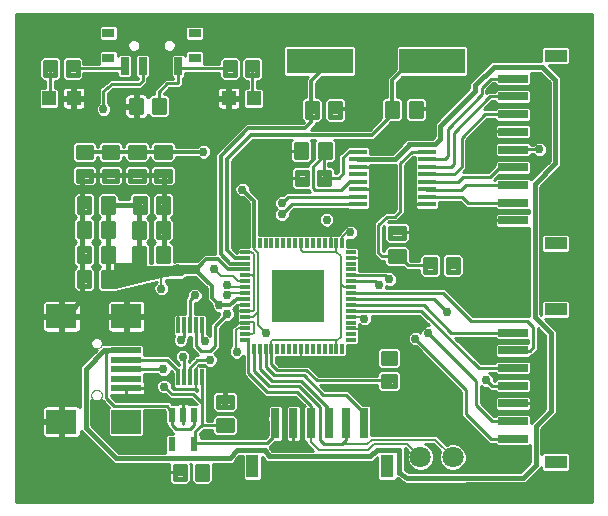
<source format=gtl>
G75*
%MOIN*%
%OFA0B0*%
%FSLAX25Y25*%
%IPPOS*%
%LPD*%
%AMOC8*
5,1,8,0,0,1.08239X$1,22.5*
%
%ADD10C,0.00000*%
%ADD11R,0.07985X0.03695*%
%ADD12R,0.03346X0.01181*%
%ADD13R,0.01181X0.03346*%
%ADD14R,0.17323X0.17323*%
%ADD15R,0.05906X0.01713*%
%ADD16R,0.02362X0.04724*%
%ADD17R,0.09843X0.01969*%
%ADD18R,0.09843X0.07874*%
%ADD19R,0.04331X0.07480*%
%ADD20R,0.02756X0.09843*%
%ADD21R,0.09843X0.02756*%
%ADD22R,0.07480X0.04331*%
%ADD23R,0.04724X0.04724*%
%ADD24C,0.01791*%
%ADD25R,0.02756X0.05906*%
%ADD26R,0.03937X0.03150*%
%ADD27R,0.22000X0.08300*%
%ADD28R,0.01181X0.05512*%
%ADD29C,0.07087*%
%ADD30C,0.01000*%
%ADD31C,0.02978*%
%ADD32C,0.01200*%
%ADD33C,0.01600*%
%ADD34C,0.00787*%
%ADD35C,0.00800*%
%ADD36C,0.03000*%
%ADD37C,0.03200*%
D10*
X0013086Y0010868D02*
X0012813Y0165237D01*
X0194882Y0164778D01*
X0194985Y0010987D01*
X0013086Y0010868D01*
X0032137Y0042349D02*
X0032139Y0042433D01*
X0032145Y0042516D01*
X0032155Y0042599D01*
X0032169Y0042682D01*
X0032186Y0042764D01*
X0032208Y0042845D01*
X0032233Y0042924D01*
X0032262Y0043003D01*
X0032295Y0043080D01*
X0032331Y0043155D01*
X0032371Y0043229D01*
X0032414Y0043301D01*
X0032461Y0043370D01*
X0032511Y0043437D01*
X0032564Y0043502D01*
X0032620Y0043564D01*
X0032678Y0043624D01*
X0032740Y0043681D01*
X0032804Y0043734D01*
X0032871Y0043785D01*
X0032940Y0043832D01*
X0033011Y0043877D01*
X0033084Y0043917D01*
X0033159Y0043954D01*
X0033236Y0043988D01*
X0033314Y0044018D01*
X0033393Y0044044D01*
X0033474Y0044067D01*
X0033556Y0044085D01*
X0033638Y0044100D01*
X0033721Y0044111D01*
X0033804Y0044118D01*
X0033888Y0044121D01*
X0033972Y0044120D01*
X0034055Y0044115D01*
X0034139Y0044106D01*
X0034221Y0044093D01*
X0034303Y0044077D01*
X0034384Y0044056D01*
X0034465Y0044032D01*
X0034543Y0044004D01*
X0034621Y0043972D01*
X0034697Y0043936D01*
X0034771Y0043897D01*
X0034843Y0043855D01*
X0034913Y0043809D01*
X0034981Y0043760D01*
X0035046Y0043708D01*
X0035109Y0043653D01*
X0035169Y0043595D01*
X0035227Y0043534D01*
X0035281Y0043470D01*
X0035333Y0043404D01*
X0035381Y0043336D01*
X0035426Y0043265D01*
X0035467Y0043192D01*
X0035506Y0043118D01*
X0035540Y0043042D01*
X0035571Y0042964D01*
X0035598Y0042885D01*
X0035622Y0042804D01*
X0035641Y0042723D01*
X0035657Y0042641D01*
X0035669Y0042558D01*
X0035677Y0042474D01*
X0035681Y0042391D01*
X0035681Y0042307D01*
X0035677Y0042224D01*
X0035669Y0042140D01*
X0035657Y0042057D01*
X0035641Y0041975D01*
X0035622Y0041894D01*
X0035598Y0041813D01*
X0035571Y0041734D01*
X0035540Y0041656D01*
X0035506Y0041580D01*
X0035467Y0041506D01*
X0035426Y0041433D01*
X0035381Y0041362D01*
X0035333Y0041294D01*
X0035281Y0041228D01*
X0035227Y0041164D01*
X0035169Y0041103D01*
X0035109Y0041045D01*
X0035046Y0040990D01*
X0034981Y0040938D01*
X0034913Y0040889D01*
X0034843Y0040843D01*
X0034771Y0040801D01*
X0034697Y0040762D01*
X0034621Y0040726D01*
X0034543Y0040694D01*
X0034465Y0040666D01*
X0034384Y0040642D01*
X0034303Y0040621D01*
X0034221Y0040605D01*
X0034139Y0040592D01*
X0034055Y0040583D01*
X0033972Y0040578D01*
X0033888Y0040577D01*
X0033804Y0040580D01*
X0033721Y0040587D01*
X0033638Y0040598D01*
X0033556Y0040613D01*
X0033474Y0040631D01*
X0033393Y0040654D01*
X0033314Y0040680D01*
X0033236Y0040710D01*
X0033159Y0040744D01*
X0033084Y0040781D01*
X0033011Y0040821D01*
X0032940Y0040866D01*
X0032871Y0040913D01*
X0032804Y0040964D01*
X0032740Y0041017D01*
X0032678Y0041074D01*
X0032620Y0041134D01*
X0032564Y0041196D01*
X0032511Y0041261D01*
X0032461Y0041328D01*
X0032414Y0041397D01*
X0032371Y0041469D01*
X0032331Y0041543D01*
X0032295Y0041618D01*
X0032262Y0041695D01*
X0032233Y0041774D01*
X0032208Y0041853D01*
X0032186Y0041934D01*
X0032169Y0042016D01*
X0032155Y0042099D01*
X0032145Y0042182D01*
X0032139Y0042265D01*
X0032137Y0042349D01*
X0032137Y0059671D02*
X0032139Y0059755D01*
X0032145Y0059838D01*
X0032155Y0059921D01*
X0032169Y0060004D01*
X0032186Y0060086D01*
X0032208Y0060167D01*
X0032233Y0060246D01*
X0032262Y0060325D01*
X0032295Y0060402D01*
X0032331Y0060477D01*
X0032371Y0060551D01*
X0032414Y0060623D01*
X0032461Y0060692D01*
X0032511Y0060759D01*
X0032564Y0060824D01*
X0032620Y0060886D01*
X0032678Y0060946D01*
X0032740Y0061003D01*
X0032804Y0061056D01*
X0032871Y0061107D01*
X0032940Y0061154D01*
X0033011Y0061199D01*
X0033084Y0061239D01*
X0033159Y0061276D01*
X0033236Y0061310D01*
X0033314Y0061340D01*
X0033393Y0061366D01*
X0033474Y0061389D01*
X0033556Y0061407D01*
X0033638Y0061422D01*
X0033721Y0061433D01*
X0033804Y0061440D01*
X0033888Y0061443D01*
X0033972Y0061442D01*
X0034055Y0061437D01*
X0034139Y0061428D01*
X0034221Y0061415D01*
X0034303Y0061399D01*
X0034384Y0061378D01*
X0034465Y0061354D01*
X0034543Y0061326D01*
X0034621Y0061294D01*
X0034697Y0061258D01*
X0034771Y0061219D01*
X0034843Y0061177D01*
X0034913Y0061131D01*
X0034981Y0061082D01*
X0035046Y0061030D01*
X0035109Y0060975D01*
X0035169Y0060917D01*
X0035227Y0060856D01*
X0035281Y0060792D01*
X0035333Y0060726D01*
X0035381Y0060658D01*
X0035426Y0060587D01*
X0035467Y0060514D01*
X0035506Y0060440D01*
X0035540Y0060364D01*
X0035571Y0060286D01*
X0035598Y0060207D01*
X0035622Y0060126D01*
X0035641Y0060045D01*
X0035657Y0059963D01*
X0035669Y0059880D01*
X0035677Y0059796D01*
X0035681Y0059713D01*
X0035681Y0059629D01*
X0035677Y0059546D01*
X0035669Y0059462D01*
X0035657Y0059379D01*
X0035641Y0059297D01*
X0035622Y0059216D01*
X0035598Y0059135D01*
X0035571Y0059056D01*
X0035540Y0058978D01*
X0035506Y0058902D01*
X0035467Y0058828D01*
X0035426Y0058755D01*
X0035381Y0058684D01*
X0035333Y0058616D01*
X0035281Y0058550D01*
X0035227Y0058486D01*
X0035169Y0058425D01*
X0035109Y0058367D01*
X0035046Y0058312D01*
X0034981Y0058260D01*
X0034913Y0058211D01*
X0034843Y0058165D01*
X0034771Y0058123D01*
X0034697Y0058084D01*
X0034621Y0058048D01*
X0034543Y0058016D01*
X0034465Y0057988D01*
X0034384Y0057964D01*
X0034303Y0057943D01*
X0034221Y0057927D01*
X0034139Y0057914D01*
X0034055Y0057905D01*
X0033972Y0057900D01*
X0033888Y0057899D01*
X0033804Y0057902D01*
X0033721Y0057909D01*
X0033638Y0057920D01*
X0033556Y0057935D01*
X0033474Y0057953D01*
X0033393Y0057976D01*
X0033314Y0058002D01*
X0033236Y0058032D01*
X0033159Y0058066D01*
X0033084Y0058103D01*
X0033011Y0058143D01*
X0032940Y0058188D01*
X0032871Y0058235D01*
X0032804Y0058286D01*
X0032740Y0058339D01*
X0032678Y0058396D01*
X0032620Y0058456D01*
X0032564Y0058518D01*
X0032511Y0058583D01*
X0032461Y0058650D01*
X0032414Y0058719D01*
X0032371Y0058791D01*
X0032331Y0058865D01*
X0032295Y0058940D01*
X0032262Y0059017D01*
X0032233Y0059096D01*
X0032208Y0059175D01*
X0032186Y0059256D01*
X0032169Y0059338D01*
X0032155Y0059421D01*
X0032145Y0059504D01*
X0032139Y0059587D01*
X0032137Y0059671D01*
X0044435Y0158887D02*
X0044437Y0158973D01*
X0044443Y0159060D01*
X0044453Y0159145D01*
X0044467Y0159231D01*
X0044485Y0159315D01*
X0044506Y0159399D01*
X0044532Y0159481D01*
X0044561Y0159563D01*
X0044594Y0159642D01*
X0044631Y0159721D01*
X0044671Y0159797D01*
X0044715Y0159871D01*
X0044762Y0159944D01*
X0044813Y0160014D01*
X0044866Y0160082D01*
X0044923Y0160147D01*
X0044983Y0160209D01*
X0045045Y0160269D01*
X0045110Y0160326D01*
X0045178Y0160379D01*
X0045248Y0160430D01*
X0045321Y0160477D01*
X0045395Y0160521D01*
X0045471Y0160561D01*
X0045550Y0160598D01*
X0045629Y0160631D01*
X0045711Y0160660D01*
X0045793Y0160686D01*
X0045877Y0160707D01*
X0045961Y0160725D01*
X0046047Y0160739D01*
X0046132Y0160749D01*
X0046219Y0160755D01*
X0046305Y0160757D01*
X0046391Y0160755D01*
X0046478Y0160749D01*
X0046563Y0160739D01*
X0046649Y0160725D01*
X0046733Y0160707D01*
X0046817Y0160686D01*
X0046899Y0160660D01*
X0046981Y0160631D01*
X0047060Y0160598D01*
X0047139Y0160561D01*
X0047215Y0160521D01*
X0047289Y0160477D01*
X0047362Y0160430D01*
X0047432Y0160379D01*
X0047500Y0160326D01*
X0047565Y0160269D01*
X0047627Y0160209D01*
X0047687Y0160147D01*
X0047744Y0160082D01*
X0047797Y0160014D01*
X0047848Y0159944D01*
X0047895Y0159871D01*
X0047939Y0159797D01*
X0047979Y0159721D01*
X0048016Y0159642D01*
X0048049Y0159563D01*
X0048078Y0159481D01*
X0048104Y0159399D01*
X0048125Y0159315D01*
X0048143Y0159231D01*
X0048157Y0159145D01*
X0048167Y0159060D01*
X0048173Y0158973D01*
X0048175Y0158887D01*
X0048173Y0158801D01*
X0048167Y0158714D01*
X0048157Y0158629D01*
X0048143Y0158543D01*
X0048125Y0158459D01*
X0048104Y0158375D01*
X0048078Y0158293D01*
X0048049Y0158211D01*
X0048016Y0158132D01*
X0047979Y0158053D01*
X0047939Y0157977D01*
X0047895Y0157903D01*
X0047848Y0157830D01*
X0047797Y0157760D01*
X0047744Y0157692D01*
X0047687Y0157627D01*
X0047627Y0157565D01*
X0047565Y0157505D01*
X0047500Y0157448D01*
X0047432Y0157395D01*
X0047362Y0157344D01*
X0047289Y0157297D01*
X0047215Y0157253D01*
X0047139Y0157213D01*
X0047060Y0157176D01*
X0046981Y0157143D01*
X0046899Y0157114D01*
X0046817Y0157088D01*
X0046733Y0157067D01*
X0046649Y0157049D01*
X0046563Y0157035D01*
X0046478Y0157025D01*
X0046391Y0157019D01*
X0046305Y0157017D01*
X0046219Y0157019D01*
X0046132Y0157025D01*
X0046047Y0157035D01*
X0045961Y0157049D01*
X0045877Y0157067D01*
X0045793Y0157088D01*
X0045711Y0157114D01*
X0045629Y0157143D01*
X0045550Y0157176D01*
X0045471Y0157213D01*
X0045395Y0157253D01*
X0045321Y0157297D01*
X0045248Y0157344D01*
X0045178Y0157395D01*
X0045110Y0157448D01*
X0045045Y0157505D01*
X0044983Y0157565D01*
X0044923Y0157627D01*
X0044866Y0157692D01*
X0044813Y0157760D01*
X0044762Y0157830D01*
X0044715Y0157903D01*
X0044671Y0157977D01*
X0044631Y0158053D01*
X0044594Y0158132D01*
X0044561Y0158211D01*
X0044532Y0158293D01*
X0044506Y0158375D01*
X0044485Y0158459D01*
X0044467Y0158543D01*
X0044453Y0158629D01*
X0044443Y0158714D01*
X0044437Y0158801D01*
X0044435Y0158887D01*
X0056246Y0158887D02*
X0056248Y0158973D01*
X0056254Y0159060D01*
X0056264Y0159145D01*
X0056278Y0159231D01*
X0056296Y0159315D01*
X0056317Y0159399D01*
X0056343Y0159481D01*
X0056372Y0159563D01*
X0056405Y0159642D01*
X0056442Y0159721D01*
X0056482Y0159797D01*
X0056526Y0159871D01*
X0056573Y0159944D01*
X0056624Y0160014D01*
X0056677Y0160082D01*
X0056734Y0160147D01*
X0056794Y0160209D01*
X0056856Y0160269D01*
X0056921Y0160326D01*
X0056989Y0160379D01*
X0057059Y0160430D01*
X0057132Y0160477D01*
X0057206Y0160521D01*
X0057282Y0160561D01*
X0057361Y0160598D01*
X0057440Y0160631D01*
X0057522Y0160660D01*
X0057604Y0160686D01*
X0057688Y0160707D01*
X0057772Y0160725D01*
X0057858Y0160739D01*
X0057943Y0160749D01*
X0058030Y0160755D01*
X0058116Y0160757D01*
X0058202Y0160755D01*
X0058289Y0160749D01*
X0058374Y0160739D01*
X0058460Y0160725D01*
X0058544Y0160707D01*
X0058628Y0160686D01*
X0058710Y0160660D01*
X0058792Y0160631D01*
X0058871Y0160598D01*
X0058950Y0160561D01*
X0059026Y0160521D01*
X0059100Y0160477D01*
X0059173Y0160430D01*
X0059243Y0160379D01*
X0059311Y0160326D01*
X0059376Y0160269D01*
X0059438Y0160209D01*
X0059498Y0160147D01*
X0059555Y0160082D01*
X0059608Y0160014D01*
X0059659Y0159944D01*
X0059706Y0159871D01*
X0059750Y0159797D01*
X0059790Y0159721D01*
X0059827Y0159642D01*
X0059860Y0159563D01*
X0059889Y0159481D01*
X0059915Y0159399D01*
X0059936Y0159315D01*
X0059954Y0159231D01*
X0059968Y0159145D01*
X0059978Y0159060D01*
X0059984Y0158973D01*
X0059986Y0158887D01*
X0059984Y0158801D01*
X0059978Y0158714D01*
X0059968Y0158629D01*
X0059954Y0158543D01*
X0059936Y0158459D01*
X0059915Y0158375D01*
X0059889Y0158293D01*
X0059860Y0158211D01*
X0059827Y0158132D01*
X0059790Y0158053D01*
X0059750Y0157977D01*
X0059706Y0157903D01*
X0059659Y0157830D01*
X0059608Y0157760D01*
X0059555Y0157692D01*
X0059498Y0157627D01*
X0059438Y0157565D01*
X0059376Y0157505D01*
X0059311Y0157448D01*
X0059243Y0157395D01*
X0059173Y0157344D01*
X0059100Y0157297D01*
X0059026Y0157253D01*
X0058950Y0157213D01*
X0058871Y0157176D01*
X0058792Y0157143D01*
X0058710Y0157114D01*
X0058628Y0157088D01*
X0058544Y0157067D01*
X0058460Y0157049D01*
X0058374Y0157035D01*
X0058289Y0157025D01*
X0058202Y0157019D01*
X0058116Y0157017D01*
X0058030Y0157019D01*
X0057943Y0157025D01*
X0057858Y0157035D01*
X0057772Y0157049D01*
X0057688Y0157067D01*
X0057604Y0157088D01*
X0057522Y0157114D01*
X0057440Y0157143D01*
X0057361Y0157176D01*
X0057282Y0157213D01*
X0057206Y0157253D01*
X0057132Y0157297D01*
X0057059Y0157344D01*
X0056989Y0157395D01*
X0056921Y0157448D01*
X0056856Y0157505D01*
X0056794Y0157565D01*
X0056734Y0157627D01*
X0056677Y0157692D01*
X0056624Y0157760D01*
X0056573Y0157830D01*
X0056526Y0157903D01*
X0056482Y0157977D01*
X0056442Y0158053D01*
X0056405Y0158132D01*
X0056372Y0158211D01*
X0056343Y0158293D01*
X0056317Y0158375D01*
X0056296Y0158459D01*
X0056278Y0158543D01*
X0056264Y0158629D01*
X0056254Y0158714D01*
X0056248Y0158801D01*
X0056246Y0158887D01*
D11*
X0046616Y0084729D03*
X0043877Y0084726D03*
D12*
X0083544Y0084236D03*
X0083544Y0082267D03*
X0083544Y0080299D03*
X0083544Y0078330D03*
X0083544Y0076362D03*
X0083544Y0074393D03*
X0083544Y0072425D03*
X0083544Y0070456D03*
X0083544Y0068488D03*
X0083544Y0066519D03*
X0083544Y0064551D03*
X0083544Y0062582D03*
X0083544Y0060614D03*
X0083544Y0086204D03*
X0083544Y0088173D03*
X0083544Y0090141D03*
X0118583Y0090141D03*
X0118583Y0088173D03*
X0118583Y0086204D03*
X0118583Y0084236D03*
X0118583Y0082267D03*
X0118583Y0080299D03*
X0118583Y0078330D03*
X0118583Y0076362D03*
X0118583Y0074393D03*
X0118583Y0072425D03*
X0118583Y0070456D03*
X0118583Y0068488D03*
X0118583Y0066519D03*
X0118583Y0064551D03*
X0118583Y0062582D03*
X0118583Y0060614D03*
D13*
X0115827Y0057858D03*
X0113859Y0057858D03*
X0111890Y0057858D03*
X0109922Y0057858D03*
X0107953Y0057858D03*
X0105985Y0057858D03*
X0104016Y0057858D03*
X0102048Y0057858D03*
X0100079Y0057858D03*
X0098111Y0057858D03*
X0096142Y0057858D03*
X0094174Y0057858D03*
X0092205Y0057858D03*
X0090237Y0057858D03*
X0088268Y0057858D03*
X0086300Y0057858D03*
X0086300Y0092897D03*
X0088268Y0092897D03*
X0090237Y0092897D03*
X0092205Y0092897D03*
X0094174Y0092897D03*
X0096142Y0092897D03*
X0098111Y0092897D03*
X0100079Y0092897D03*
X0102048Y0092897D03*
X0104016Y0092897D03*
X0105985Y0092897D03*
X0107953Y0092897D03*
X0109922Y0092897D03*
X0111890Y0092897D03*
X0113859Y0092897D03*
X0115827Y0092897D03*
D14*
X0101064Y0075378D03*
D15*
X0121005Y0105939D03*
X0121005Y0108435D03*
X0121005Y0110939D03*
X0121005Y0113435D03*
X0121005Y0115939D03*
X0121005Y0118435D03*
X0121005Y0120939D03*
X0121005Y0123435D03*
X0144111Y0123435D03*
X0144111Y0120939D03*
X0144111Y0118435D03*
X0144111Y0115939D03*
X0144111Y0113435D03*
X0144111Y0110939D03*
X0144111Y0108435D03*
X0144111Y0105939D03*
D16*
X0066459Y0035855D03*
X0062719Y0035855D03*
X0058979Y0035855D03*
X0058979Y0026013D03*
X0066459Y0026013D03*
D17*
X0043791Y0044711D03*
X0043791Y0047860D03*
X0043791Y0051010D03*
X0043791Y0054160D03*
X0043791Y0057309D03*
D18*
X0043791Y0068569D03*
X0022217Y0068569D03*
X0022217Y0033451D03*
X0043791Y0033451D03*
D19*
X0085864Y0018709D03*
X0130746Y0018709D03*
D20*
X0123069Y0032882D03*
X0117163Y0032882D03*
X0111258Y0032882D03*
X0105352Y0032882D03*
X0099447Y0032882D03*
X0093541Y0032882D03*
D21*
X0172728Y0033677D03*
X0172728Y0027772D03*
X0172728Y0039583D03*
X0172728Y0045488D03*
X0172728Y0051394D03*
X0172728Y0057299D03*
X0172728Y0063205D03*
X0172796Y0100578D03*
X0172796Y0106483D03*
X0172796Y0112389D03*
X0172796Y0118294D03*
X0172796Y0124200D03*
X0172796Y0130105D03*
X0172796Y0136011D03*
X0172796Y0141916D03*
X0172796Y0147822D03*
D22*
X0186969Y0155499D03*
X0186969Y0092901D03*
X0186901Y0070883D03*
X0186901Y0020095D03*
D23*
X0086268Y0141334D03*
X0078000Y0141334D03*
X0026288Y0141334D03*
X0018021Y0141334D03*
D24*
X0016750Y0153296D02*
X0020078Y0153296D01*
X0020078Y0149180D01*
X0016750Y0149180D01*
X0016750Y0153296D01*
X0016750Y0150970D02*
X0020078Y0150970D01*
X0020078Y0152760D02*
X0016750Y0152760D01*
X0024231Y0153296D02*
X0027559Y0153296D01*
X0027559Y0149180D01*
X0024231Y0149180D01*
X0024231Y0153296D01*
X0024231Y0150970D02*
X0027559Y0150970D01*
X0027559Y0152760D02*
X0024231Y0152760D01*
X0045438Y0136608D02*
X0048766Y0136608D01*
X0045438Y0136608D02*
X0045438Y0140724D01*
X0048766Y0140724D01*
X0048766Y0136608D01*
X0048766Y0138398D02*
X0045438Y0138398D01*
X0045438Y0140188D02*
X0048766Y0140188D01*
X0052918Y0136608D02*
X0056246Y0136608D01*
X0052918Y0136608D02*
X0052918Y0140724D01*
X0056246Y0140724D01*
X0056246Y0136608D01*
X0056246Y0138398D02*
X0052918Y0138398D01*
X0052918Y0140188D02*
X0056246Y0140188D01*
X0053858Y0125072D02*
X0053858Y0121744D01*
X0053858Y0125072D02*
X0058366Y0125072D01*
X0058366Y0121744D01*
X0053858Y0121744D01*
X0053858Y0123534D02*
X0058366Y0123534D01*
X0053858Y0117198D02*
X0053858Y0113870D01*
X0053858Y0117198D02*
X0058366Y0117198D01*
X0058366Y0113870D01*
X0053858Y0113870D01*
X0053858Y0115660D02*
X0058366Y0115660D01*
X0057786Y0103403D02*
X0054458Y0103403D01*
X0054458Y0107911D01*
X0057786Y0107911D01*
X0057786Y0103403D01*
X0057786Y0105193D02*
X0054458Y0105193D01*
X0054458Y0106983D02*
X0057786Y0106983D01*
X0049912Y0103403D02*
X0046584Y0103403D01*
X0046584Y0107911D01*
X0049912Y0107911D01*
X0049912Y0103403D01*
X0049912Y0105193D02*
X0046584Y0105193D01*
X0046584Y0106983D02*
X0049912Y0106983D01*
X0045197Y0113870D02*
X0045197Y0117198D01*
X0049705Y0117198D01*
X0049705Y0113870D01*
X0045197Y0113870D01*
X0045197Y0115660D02*
X0049705Y0115660D01*
X0045197Y0121744D02*
X0045197Y0125072D01*
X0049705Y0125072D01*
X0049705Y0121744D01*
X0045197Y0121744D01*
X0045197Y0123534D02*
X0049705Y0123534D01*
X0036319Y0125072D02*
X0036319Y0121744D01*
X0036319Y0125072D02*
X0040827Y0125072D01*
X0040827Y0121744D01*
X0036319Y0121744D01*
X0036319Y0123534D02*
X0040827Y0123534D01*
X0036319Y0117198D02*
X0036319Y0113870D01*
X0036319Y0117198D02*
X0040827Y0117198D01*
X0040827Y0113870D01*
X0036319Y0113870D01*
X0036319Y0115660D02*
X0040827Y0115660D01*
X0027671Y0117198D02*
X0027671Y0113870D01*
X0027671Y0117198D02*
X0032179Y0117198D01*
X0032179Y0113870D01*
X0027671Y0113870D01*
X0027671Y0115660D02*
X0032179Y0115660D01*
X0027671Y0121744D02*
X0027671Y0125072D01*
X0032179Y0125072D01*
X0032179Y0121744D01*
X0027671Y0121744D01*
X0027671Y0123534D02*
X0032179Y0123534D01*
X0031510Y0103471D02*
X0028182Y0103471D01*
X0028182Y0107979D01*
X0031510Y0107979D01*
X0031510Y0103471D01*
X0031510Y0105261D02*
X0028182Y0105261D01*
X0028182Y0107051D02*
X0031510Y0107051D01*
X0036056Y0103471D02*
X0039384Y0103471D01*
X0036056Y0103471D02*
X0036056Y0107979D01*
X0039384Y0107979D01*
X0039384Y0103471D01*
X0039384Y0105261D02*
X0036056Y0105261D01*
X0036056Y0107051D02*
X0039384Y0107051D01*
X0039235Y0095223D02*
X0035907Y0095223D01*
X0035907Y0099731D01*
X0039235Y0099731D01*
X0039235Y0095223D01*
X0039235Y0097013D02*
X0035907Y0097013D01*
X0035907Y0098803D02*
X0039235Y0098803D01*
X0031361Y0095223D02*
X0028033Y0095223D01*
X0028033Y0099731D01*
X0031361Y0099731D01*
X0031361Y0095223D01*
X0031361Y0097013D02*
X0028033Y0097013D01*
X0028033Y0098803D02*
X0031361Y0098803D01*
X0031410Y0087027D02*
X0028082Y0087027D01*
X0028082Y0091535D01*
X0031410Y0091535D01*
X0031410Y0087027D01*
X0031410Y0088817D02*
X0028082Y0088817D01*
X0028082Y0090607D02*
X0031410Y0090607D01*
X0035956Y0087027D02*
X0039284Y0087027D01*
X0035956Y0087027D02*
X0035956Y0091535D01*
X0039284Y0091535D01*
X0039284Y0087027D01*
X0039284Y0088817D02*
X0035956Y0088817D01*
X0035956Y0090607D02*
X0039284Y0090607D01*
X0046364Y0086959D02*
X0049692Y0086959D01*
X0046364Y0086959D02*
X0046364Y0091467D01*
X0049692Y0091467D01*
X0049692Y0086959D01*
X0049692Y0088749D02*
X0046364Y0088749D01*
X0046364Y0090539D02*
X0049692Y0090539D01*
X0054238Y0086959D02*
X0057566Y0086959D01*
X0054238Y0086959D02*
X0054238Y0091467D01*
X0057566Y0091467D01*
X0057566Y0086959D01*
X0057566Y0088749D02*
X0054238Y0088749D01*
X0054238Y0090539D02*
X0057566Y0090539D01*
X0057564Y0095155D02*
X0054236Y0095155D01*
X0054236Y0099663D01*
X0057564Y0099663D01*
X0057564Y0095155D01*
X0057564Y0096945D02*
X0054236Y0096945D01*
X0054236Y0098735D02*
X0057564Y0098735D01*
X0049690Y0095155D02*
X0046362Y0095155D01*
X0046362Y0099663D01*
X0049690Y0099663D01*
X0049690Y0095155D01*
X0049690Y0096945D02*
X0046362Y0096945D01*
X0046362Y0098735D02*
X0049690Y0098735D01*
X0039284Y0078770D02*
X0035956Y0078770D01*
X0035956Y0083278D01*
X0039284Y0083278D01*
X0039284Y0078770D01*
X0039284Y0080560D02*
X0035956Y0080560D01*
X0035956Y0082350D02*
X0039284Y0082350D01*
X0031410Y0078770D02*
X0028082Y0078770D01*
X0028082Y0083278D01*
X0031410Y0083278D01*
X0031410Y0078770D01*
X0031410Y0080560D02*
X0028082Y0080560D01*
X0028082Y0082350D02*
X0031410Y0082350D01*
X0078920Y0041862D02*
X0078920Y0038534D01*
X0074412Y0038534D01*
X0074412Y0041862D01*
X0078920Y0041862D01*
X0078920Y0040324D02*
X0074412Y0040324D01*
X0078920Y0033988D02*
X0078920Y0030660D01*
X0074412Y0030660D01*
X0074412Y0033988D01*
X0078920Y0033988D01*
X0078920Y0032450D02*
X0074412Y0032450D01*
X0070711Y0014441D02*
X0067383Y0014441D01*
X0067383Y0018557D01*
X0070711Y0018557D01*
X0070711Y0014441D01*
X0070711Y0016231D02*
X0067383Y0016231D01*
X0067383Y0018021D02*
X0070711Y0018021D01*
X0063230Y0014441D02*
X0059902Y0014441D01*
X0059902Y0018557D01*
X0063230Y0018557D01*
X0063230Y0014441D01*
X0063230Y0016231D02*
X0059902Y0016231D01*
X0059902Y0018021D02*
X0063230Y0018021D01*
X0133470Y0045470D02*
X0133470Y0048798D01*
X0133470Y0045470D02*
X0129354Y0045470D01*
X0129354Y0048798D01*
X0133470Y0048798D01*
X0133470Y0047260D02*
X0129354Y0047260D01*
X0133470Y0052950D02*
X0133470Y0056278D01*
X0133470Y0052950D02*
X0129354Y0052950D01*
X0129354Y0056278D01*
X0133470Y0056278D01*
X0133470Y0054740D02*
X0129354Y0054740D01*
X0143532Y0083496D02*
X0146860Y0083496D01*
X0143532Y0083496D02*
X0143532Y0087612D01*
X0146860Y0087612D01*
X0146860Y0083496D01*
X0146860Y0085286D02*
X0143532Y0085286D01*
X0143532Y0087076D02*
X0146860Y0087076D01*
X0151013Y0083496D02*
X0154341Y0083496D01*
X0151013Y0083496D02*
X0151013Y0087612D01*
X0154341Y0087612D01*
X0154341Y0083496D01*
X0154341Y0085286D02*
X0151013Y0085286D01*
X0151013Y0087076D02*
X0154341Y0087076D01*
X0136230Y0086941D02*
X0136230Y0090269D01*
X0136230Y0086941D02*
X0131722Y0086941D01*
X0131722Y0090269D01*
X0136230Y0090269D01*
X0136230Y0088731D02*
X0131722Y0088731D01*
X0136230Y0094815D02*
X0136230Y0098143D01*
X0136230Y0094815D02*
X0131722Y0094815D01*
X0131722Y0098143D01*
X0136230Y0098143D01*
X0136230Y0096605D02*
X0131722Y0096605D01*
X0111453Y0112739D02*
X0108125Y0112739D01*
X0108125Y0116855D01*
X0111453Y0116855D01*
X0111453Y0112739D01*
X0111453Y0114529D02*
X0108125Y0114529D01*
X0108125Y0116319D02*
X0111453Y0116319D01*
X0111650Y0126102D02*
X0108322Y0126102D01*
X0111650Y0126102D02*
X0111650Y0121594D01*
X0108322Y0121594D01*
X0108322Y0126102D01*
X0108322Y0123384D02*
X0111650Y0123384D01*
X0111650Y0125174D02*
X0108322Y0125174D01*
X0103776Y0126102D02*
X0100448Y0126102D01*
X0103776Y0126102D02*
X0103776Y0121594D01*
X0100448Y0121594D01*
X0100448Y0126102D01*
X0100448Y0123384D02*
X0103776Y0123384D01*
X0103776Y0125174D02*
X0100448Y0125174D01*
X0100645Y0112739D02*
X0103973Y0112739D01*
X0100645Y0112739D02*
X0100645Y0116855D01*
X0103973Y0116855D01*
X0103973Y0112739D01*
X0103973Y0114529D02*
X0100645Y0114529D01*
X0100645Y0116319D02*
X0103973Y0116319D01*
X0103901Y0135200D02*
X0107229Y0135200D01*
X0103901Y0135200D02*
X0103901Y0139708D01*
X0107229Y0139708D01*
X0107229Y0135200D01*
X0107229Y0136990D02*
X0103901Y0136990D01*
X0103901Y0138780D02*
X0107229Y0138780D01*
X0111775Y0135200D02*
X0115103Y0135200D01*
X0111775Y0135200D02*
X0111775Y0139708D01*
X0115103Y0139708D01*
X0115103Y0135200D01*
X0115103Y0136990D02*
X0111775Y0136990D01*
X0111775Y0138780D02*
X0115103Y0138780D01*
X0130810Y0139747D02*
X0134138Y0139747D01*
X0134138Y0135239D01*
X0130810Y0135239D01*
X0130810Y0139747D01*
X0130810Y0137029D02*
X0134138Y0137029D01*
X0134138Y0138819D02*
X0130810Y0138819D01*
X0138684Y0139747D02*
X0142012Y0139747D01*
X0142012Y0135239D01*
X0138684Y0135239D01*
X0138684Y0139747D01*
X0138684Y0137029D02*
X0142012Y0137029D01*
X0142012Y0138819D02*
X0138684Y0138819D01*
X0087538Y0149180D02*
X0084210Y0149180D01*
X0084210Y0153296D01*
X0087538Y0153296D01*
X0087538Y0149180D01*
X0087538Y0150970D02*
X0084210Y0150970D01*
X0084210Y0152760D02*
X0087538Y0152760D01*
X0080058Y0149180D02*
X0076730Y0149180D01*
X0076730Y0153296D01*
X0080058Y0153296D01*
X0080058Y0149180D01*
X0080058Y0150970D02*
X0076730Y0150970D01*
X0076730Y0152760D02*
X0080058Y0152760D01*
D25*
X0061069Y0151998D03*
X0049258Y0151998D03*
X0043353Y0151998D03*
D26*
X0037841Y0154753D03*
X0037841Y0163021D03*
X0066581Y0163021D03*
X0066581Y0154753D03*
D27*
X0108290Y0153650D03*
X0145690Y0153650D03*
D28*
X0069010Y0065649D03*
X0067041Y0065649D03*
X0065073Y0065649D03*
X0063104Y0065649D03*
X0061136Y0065649D03*
X0061136Y0048326D03*
X0063104Y0048326D03*
X0065073Y0048326D03*
X0067041Y0048326D03*
X0069010Y0048326D03*
D29*
X0141871Y0021611D03*
X0152590Y0021607D03*
D30*
X0007052Y0006639D02*
X0007052Y0169338D01*
X0007095Y0169460D01*
X0199168Y0169460D01*
X0199168Y0006639D01*
X0007052Y0006639D01*
X0007052Y0007372D02*
X0199168Y0007372D01*
X0199168Y0008370D02*
X0007052Y0008370D01*
X0007052Y0009369D02*
X0199168Y0009369D01*
X0199168Y0010367D02*
X0007052Y0010367D01*
X0007052Y0011366D02*
X0199168Y0011366D01*
X0199168Y0012364D02*
X0007052Y0012364D01*
X0007052Y0013363D02*
X0058160Y0013363D01*
X0057907Y0013616D02*
X0059076Y0012447D01*
X0064056Y0012447D01*
X0065225Y0013616D01*
X0065225Y0019383D01*
X0065218Y0019391D01*
X0065395Y0019391D01*
X0065388Y0019383D01*
X0065388Y0013616D01*
X0066557Y0012447D01*
X0071537Y0012447D01*
X0072706Y0013616D01*
X0072706Y0019383D01*
X0072698Y0019391D01*
X0077602Y0019391D01*
X0077668Y0019334D01*
X0078377Y0019391D01*
X0079088Y0019391D01*
X0079150Y0019452D01*
X0079237Y0019459D01*
X0079698Y0020001D01*
X0080201Y0020504D01*
X0080201Y0020591D01*
X0081460Y0022068D01*
X0082599Y0022068D01*
X0082599Y0014513D01*
X0083243Y0013869D01*
X0088485Y0013869D01*
X0089129Y0014513D01*
X0089129Y0021862D01*
X0089603Y0021252D01*
X0089603Y0021115D01*
X0090075Y0020644D01*
X0090484Y0020117D01*
X0090620Y0020100D01*
X0090717Y0020003D01*
X0091384Y0020004D01*
X0092046Y0019920D01*
X0092154Y0020004D01*
X0124344Y0020033D01*
X0124350Y0020026D01*
X0125129Y0020033D01*
X0125909Y0020034D01*
X0125915Y0020040D01*
X0125924Y0020041D01*
X0126470Y0020596D01*
X0127021Y0021148D01*
X0127021Y0021157D01*
X0127480Y0021625D01*
X0127480Y0014513D01*
X0128125Y0013869D01*
X0133367Y0013869D01*
X0134011Y0014513D01*
X0134011Y0014637D01*
X0134050Y0014598D01*
X0134232Y0014599D01*
X0136130Y0013264D01*
X0136573Y0012823D01*
X0136757Y0012824D01*
X0136907Y0012718D01*
X0137522Y0012826D01*
X0175939Y0012916D01*
X0176724Y0012916D01*
X0176726Y0012918D01*
X0176729Y0012918D01*
X0177284Y0013476D01*
X0181568Y0017760D01*
X0182061Y0018246D01*
X0182061Y0017474D01*
X0182705Y0016829D01*
X0191097Y0016829D01*
X0191741Y0017474D01*
X0191741Y0022716D01*
X0191097Y0023360D01*
X0182705Y0023360D01*
X0182154Y0022809D01*
X0182210Y0031124D01*
X0187326Y0036241D01*
X0187326Y0063770D01*
X0186213Y0064883D01*
X0183477Y0067618D01*
X0191097Y0067618D01*
X0191741Y0068262D01*
X0191741Y0073504D01*
X0191097Y0074149D01*
X0182705Y0074149D01*
X0182061Y0073504D01*
X0182061Y0069034D01*
X0181806Y0069289D01*
X0181806Y0111857D01*
X0188757Y0118808D01*
X0188757Y0143556D01*
X0188761Y0143560D01*
X0188761Y0148213D01*
X0187648Y0149326D01*
X0184740Y0152234D01*
X0191165Y0152234D01*
X0191809Y0152878D01*
X0191809Y0158120D01*
X0191165Y0158764D01*
X0182773Y0158764D01*
X0182129Y0158120D01*
X0182129Y0153663D01*
X0169673Y0153663D01*
X0169665Y0153671D01*
X0165521Y0153671D01*
X0164408Y0152558D01*
X0158192Y0146342D01*
X0158192Y0144571D01*
X0146564Y0132943D01*
X0146564Y0128589D01*
X0145777Y0127802D01*
X0137303Y0127802D01*
X0136190Y0126689D01*
X0135715Y0126214D01*
X0135715Y0126131D01*
X0132451Y0122838D01*
X0125058Y0122838D01*
X0125058Y0124747D01*
X0124414Y0125391D01*
X0117597Y0125391D01*
X0116953Y0124747D01*
X0116953Y0124649D01*
X0115491Y0123187D01*
X0114554Y0122250D01*
X0114554Y0117065D01*
X0113907Y0116418D01*
X0113448Y0116418D01*
X0113448Y0117680D01*
X0112279Y0118849D01*
X0111168Y0118849D01*
X0111168Y0119599D01*
X0112476Y0119599D01*
X0113645Y0120768D01*
X0113645Y0126929D01*
X0113203Y0127371D01*
X0118939Y0127372D01*
X0124898Y0127356D01*
X0124900Y0127354D01*
X0125601Y0127354D01*
X0126303Y0127352D01*
X0126305Y0127354D01*
X0126308Y0127354D01*
X0126805Y0127851D01*
X0127302Y0128345D01*
X0127302Y0128348D01*
X0132198Y0133244D01*
X0134964Y0133244D01*
X0136133Y0134413D01*
X0136133Y0140574D01*
X0134964Y0141743D01*
X0133965Y0141743D01*
X0133965Y0146527D01*
X0135838Y0148400D01*
X0157145Y0148400D01*
X0157790Y0149045D01*
X0157790Y0158256D01*
X0157145Y0158900D01*
X0134234Y0158900D01*
X0133590Y0158256D01*
X0133590Y0150960D01*
X0130565Y0147935D01*
X0130565Y0141743D01*
X0129984Y0141743D01*
X0128815Y0140574D01*
X0128815Y0134669D01*
X0124902Y0130756D01*
X0119542Y0130771D01*
X0119540Y0130772D01*
X0118944Y0130772D01*
X0118099Y0130775D01*
X0118096Y0130772D01*
X0105376Y0130769D01*
X0107139Y0132532D01*
X0107139Y0133205D01*
X0108055Y0133205D01*
X0109224Y0134374D01*
X0109224Y0140535D01*
X0108055Y0141704D01*
X0107139Y0141704D01*
X0107139Y0146402D01*
X0109137Y0148400D01*
X0119745Y0148400D01*
X0120390Y0149045D01*
X0120390Y0158256D01*
X0119745Y0158900D01*
X0096834Y0158900D01*
X0096190Y0158256D01*
X0096190Y0149045D01*
X0096834Y0148400D01*
X0104329Y0148400D01*
X0103739Y0147810D01*
X0103739Y0141704D01*
X0103075Y0141704D01*
X0101906Y0140535D01*
X0101906Y0134374D01*
X0103039Y0133240D01*
X0102746Y0132947D01*
X0092833Y0132936D01*
X0083725Y0132936D01*
X0082730Y0131940D01*
X0073551Y0122762D01*
X0073551Y0089402D01*
X0069734Y0089402D01*
X0068467Y0088135D01*
X0067311Y0086982D01*
X0067154Y0087049D01*
X0061433Y0087091D01*
X0061194Y0087201D01*
X0060911Y0087095D01*
X0060794Y0087096D01*
X0059835Y0086707D01*
X0059814Y0086687D01*
X0059562Y0086593D01*
X0059562Y0092294D01*
X0058543Y0093312D01*
X0059559Y0094328D01*
X0059559Y0100489D01*
X0058626Y0101422D01*
X0059781Y0102577D01*
X0059781Y0108738D01*
X0058612Y0109907D01*
X0053632Y0109907D01*
X0052463Y0108738D01*
X0052463Y0102577D01*
X0053396Y0101644D01*
X0052241Y0100489D01*
X0052241Y0094328D01*
X0053259Y0093310D01*
X0052243Y0092294D01*
X0052243Y0086267D01*
X0051709Y0086268D01*
X0051709Y0087032D01*
X0051687Y0087053D01*
X0051687Y0092294D01*
X0050669Y0093312D01*
X0051685Y0094328D01*
X0051685Y0100489D01*
X0050752Y0101422D01*
X0051907Y0102577D01*
X0051907Y0108738D01*
X0050738Y0109907D01*
X0045758Y0109907D01*
X0044589Y0108738D01*
X0044589Y0107557D01*
X0041379Y0107568D01*
X0041379Y0108806D01*
X0040210Y0109975D01*
X0035230Y0109975D01*
X0034061Y0108806D01*
X0034061Y0102645D01*
X0035030Y0101676D01*
X0033912Y0100557D01*
X0033912Y0094396D01*
X0034954Y0093354D01*
X0033961Y0092362D01*
X0033961Y0086201D01*
X0035009Y0085153D01*
X0033961Y0084105D01*
X0033961Y0077944D01*
X0035130Y0076775D01*
X0039592Y0076775D01*
X0039813Y0076642D01*
X0051295Y0079511D01*
X0054006Y0080012D01*
X0054006Y0080002D01*
X0054005Y0080002D01*
X0053277Y0079274D01*
X0052882Y0078322D01*
X0052882Y0077292D01*
X0053277Y0076341D01*
X0054005Y0075612D01*
X0054956Y0075218D01*
X0055986Y0075218D01*
X0056938Y0075612D01*
X0057666Y0076341D01*
X0058060Y0077292D01*
X0058060Y0078322D01*
X0057666Y0079274D01*
X0056993Y0079947D01*
X0056996Y0080564D01*
X0058582Y0080857D01*
X0058796Y0080857D01*
X0059033Y0080800D01*
X0059123Y0080856D01*
X0062454Y0080851D01*
X0063447Y0081260D01*
X0064060Y0081872D01*
X0066027Y0081857D01*
X0066044Y0081850D01*
X0066738Y0081850D01*
X0070643Y0077944D01*
X0070643Y0074071D01*
X0072264Y0072451D01*
X0072264Y0071865D01*
X0072658Y0070913D01*
X0073386Y0070185D01*
X0074338Y0069791D01*
X0074793Y0069791D01*
X0074793Y0069042D01*
X0071833Y0066081D01*
X0071833Y0062197D01*
X0071493Y0062537D01*
X0070700Y0062865D01*
X0070700Y0068860D01*
X0070056Y0069504D01*
X0066662Y0069504D01*
X0066662Y0072990D01*
X0067153Y0072990D01*
X0068105Y0073385D01*
X0068833Y0074113D01*
X0069227Y0075064D01*
X0069227Y0076094D01*
X0068833Y0077046D01*
X0068105Y0077774D01*
X0067153Y0078168D01*
X0066123Y0078168D01*
X0065172Y0077774D01*
X0064443Y0077046D01*
X0064049Y0076094D01*
X0064049Y0075294D01*
X0063462Y0074707D01*
X0063462Y0069504D01*
X0060089Y0069504D01*
X0059445Y0068860D01*
X0059445Y0062437D01*
X0059736Y0062146D01*
X0059360Y0061237D01*
X0059360Y0060207D01*
X0059754Y0059256D01*
X0060482Y0058528D01*
X0061434Y0058133D01*
X0062463Y0058133D01*
X0063415Y0058528D01*
X0064143Y0059256D01*
X0064537Y0060207D01*
X0064537Y0061011D01*
X0064720Y0061194D01*
X0064720Y0061793D01*
X0065418Y0061793D01*
X0065418Y0057917D01*
X0066966Y0056369D01*
X0067732Y0055603D01*
X0067589Y0055599D01*
X0066816Y0055594D01*
X0066795Y0055573D01*
X0066751Y0055572D01*
X0065975Y0054744D01*
X0065884Y0054652D01*
X0065884Y0054647D01*
X0064716Y0053401D01*
X0064716Y0053624D01*
X0064807Y0053714D01*
X0065201Y0054666D01*
X0065201Y0055696D01*
X0064807Y0056647D01*
X0064078Y0057376D01*
X0063127Y0057770D01*
X0062097Y0057770D01*
X0061145Y0057376D01*
X0060417Y0056647D01*
X0060023Y0055696D01*
X0060023Y0054666D01*
X0060417Y0053714D01*
X0061145Y0052986D01*
X0061516Y0052832D01*
X0061516Y0052249D01*
X0058929Y0054836D01*
X0057992Y0055773D01*
X0049716Y0055773D01*
X0049813Y0055869D01*
X0049813Y0058749D01*
X0049168Y0059393D01*
X0038414Y0059393D01*
X0038245Y0059224D01*
X0036181Y0059224D01*
X0036181Y0060612D01*
X0034850Y0061943D01*
X0032968Y0061943D01*
X0031638Y0060612D01*
X0031638Y0058730D01*
X0032968Y0057400D01*
X0033890Y0057400D01*
X0028394Y0051904D01*
X0028394Y0038212D01*
X0028338Y0038309D01*
X0028059Y0038588D01*
X0027717Y0038786D01*
X0027335Y0038888D01*
X0022716Y0038888D01*
X0022716Y0033951D01*
X0021717Y0033951D01*
X0021717Y0038888D01*
X0017098Y0038888D01*
X0016716Y0038786D01*
X0016374Y0038588D01*
X0016095Y0038309D01*
X0015898Y0037967D01*
X0015795Y0037585D01*
X0015795Y0033951D01*
X0021716Y0033951D01*
X0021716Y0032951D01*
X0015795Y0032951D01*
X0015795Y0029316D01*
X0015898Y0028935D01*
X0016095Y0028593D01*
X0016374Y0028314D01*
X0016716Y0028116D01*
X0017098Y0028014D01*
X0021717Y0028014D01*
X0021717Y0032951D01*
X0022716Y0032951D01*
X0022716Y0028014D01*
X0027335Y0028014D01*
X0027717Y0028116D01*
X0028059Y0028314D01*
X0028338Y0028593D01*
X0028536Y0028935D01*
X0028638Y0029316D01*
X0028638Y0030446D01*
X0029507Y0029577D01*
X0039693Y0019391D01*
X0057915Y0019391D01*
X0057907Y0019383D01*
X0057907Y0013616D01*
X0057907Y0014361D02*
X0007052Y0014361D01*
X0007052Y0015360D02*
X0057907Y0015360D01*
X0057907Y0016358D02*
X0007052Y0016358D01*
X0007052Y0017357D02*
X0057907Y0017357D01*
X0057907Y0018355D02*
X0007052Y0018355D01*
X0007052Y0019354D02*
X0057907Y0019354D01*
X0056650Y0016562D02*
X0061782Y0016562D01*
X0065225Y0016358D02*
X0065388Y0016358D01*
X0065388Y0015360D02*
X0065225Y0015360D01*
X0065225Y0014361D02*
X0065388Y0014361D01*
X0065640Y0013363D02*
X0064973Y0013363D01*
X0065225Y0017357D02*
X0065388Y0017357D01*
X0065388Y0018355D02*
X0065225Y0018355D01*
X0065225Y0019354D02*
X0065388Y0019354D01*
X0072706Y0019354D02*
X0077645Y0019354D01*
X0077916Y0019354D02*
X0082599Y0019354D01*
X0082599Y0020352D02*
X0080050Y0020352D01*
X0080849Y0021351D02*
X0082599Y0021351D01*
X0082599Y0018355D02*
X0072706Y0018355D01*
X0072706Y0017357D02*
X0082599Y0017357D01*
X0082599Y0016358D02*
X0072706Y0016358D01*
X0072706Y0015360D02*
X0082599Y0015360D01*
X0082750Y0014361D02*
X0072706Y0014361D01*
X0072453Y0013363D02*
X0135990Y0013363D01*
X0134570Y0014361D02*
X0133860Y0014361D01*
X0136726Y0017491D02*
X0136716Y0019899D01*
X0136717Y0019900D01*
X0136713Y0020682D01*
X0136710Y0021471D01*
X0136709Y0021472D01*
X0136695Y0024085D01*
X0136696Y0024554D01*
X0136796Y0024554D01*
X0137693Y0023657D01*
X0137228Y0022535D01*
X0137228Y0020688D01*
X0137935Y0018981D01*
X0139241Y0017675D01*
X0140948Y0016968D01*
X0142795Y0016968D01*
X0144502Y0017675D01*
X0145808Y0018981D01*
X0146515Y0020688D01*
X0146515Y0022535D01*
X0145808Y0024241D01*
X0144502Y0025548D01*
X0143363Y0026019D01*
X0146169Y0026019D01*
X0148437Y0023714D01*
X0147947Y0022531D01*
X0147947Y0020683D01*
X0148654Y0018977D01*
X0149960Y0017670D01*
X0151667Y0016964D01*
X0153514Y0016964D01*
X0155221Y0017670D01*
X0156527Y0018977D01*
X0157234Y0020683D01*
X0157234Y0022531D01*
X0156527Y0024237D01*
X0155221Y0025543D01*
X0153514Y0026250D01*
X0151667Y0026250D01*
X0150589Y0025804D01*
X0148298Y0028133D01*
X0148298Y0028140D01*
X0147862Y0028576D01*
X0147431Y0029014D01*
X0147424Y0029014D01*
X0147419Y0029019D01*
X0146804Y0029019D01*
X0146189Y0029024D01*
X0146183Y0029019D01*
X0125659Y0029019D01*
X0125547Y0029019D01*
X0125547Y0038259D01*
X0124902Y0038903D01*
X0122798Y0038903D01*
X0117567Y0044134D01*
X0109957Y0044134D01*
X0108453Y0045638D01*
X0127359Y0045638D01*
X0127359Y0044644D01*
X0128528Y0043475D01*
X0134296Y0043475D01*
X0135465Y0044644D01*
X0135465Y0049624D01*
X0134296Y0050793D01*
X0128528Y0050793D01*
X0127359Y0049624D01*
X0127359Y0048838D01*
X0107897Y0048838D01*
X0105468Y0051267D01*
X0105468Y0051267D01*
X0104531Y0052205D01*
X0094752Y0052205D01*
X0093719Y0053238D01*
X0093719Y0055085D01*
X0116874Y0055085D01*
X0117518Y0055729D01*
X0117518Y0058923D01*
X0120712Y0058923D01*
X0121356Y0059568D01*
X0121356Y0065995D01*
X0121711Y0065641D01*
X0122662Y0065247D01*
X0123692Y0065247D01*
X0124644Y0065641D01*
X0125372Y0066369D01*
X0125766Y0067321D01*
X0125766Y0068351D01*
X0125555Y0068861D01*
X0141464Y0068861D01*
X0144729Y0065597D01*
X0143953Y0065597D01*
X0143001Y0065203D01*
X0142273Y0064475D01*
X0141879Y0063523D01*
X0141879Y0063115D01*
X0141629Y0063365D01*
X0140677Y0063760D01*
X0139647Y0063760D01*
X0138696Y0063365D01*
X0137967Y0062637D01*
X0137573Y0061686D01*
X0137573Y0060656D01*
X0137967Y0059704D01*
X0138696Y0058976D01*
X0139647Y0058582D01*
X0140278Y0058582D01*
X0155343Y0043516D01*
X0155343Y0035315D01*
X0164561Y0026097D01*
X0166706Y0026097D01*
X0166706Y0025938D01*
X0167351Y0025294D01*
X0178105Y0025294D01*
X0178372Y0025562D01*
X0178334Y0019900D01*
X0175148Y0016714D01*
X0137955Y0016627D01*
X0136726Y0017491D01*
X0136916Y0017357D02*
X0140008Y0017357D01*
X0138561Y0018355D02*
X0136722Y0018355D01*
X0136718Y0019354D02*
X0137781Y0019354D01*
X0137367Y0020352D02*
X0136715Y0020352D01*
X0136710Y0021351D02*
X0137228Y0021351D01*
X0137228Y0022350D02*
X0136704Y0022350D01*
X0136699Y0023348D02*
X0137565Y0023348D01*
X0137003Y0024347D02*
X0136695Y0024347D01*
X0144704Y0025345D02*
X0146832Y0025345D01*
X0147815Y0024347D02*
X0145703Y0024347D01*
X0146178Y0023348D02*
X0148286Y0023348D01*
X0147947Y0022350D02*
X0146515Y0022350D01*
X0146515Y0021351D02*
X0147947Y0021351D01*
X0148084Y0020352D02*
X0146376Y0020352D01*
X0145962Y0019354D02*
X0148498Y0019354D01*
X0149275Y0018355D02*
X0145182Y0018355D01*
X0143734Y0017357D02*
X0150717Y0017357D01*
X0154464Y0017357D02*
X0175791Y0017357D01*
X0176789Y0018355D02*
X0155906Y0018355D01*
X0156683Y0019354D02*
X0177788Y0019354D01*
X0178337Y0020352D02*
X0157097Y0020352D01*
X0157234Y0021351D02*
X0178344Y0021351D01*
X0178351Y0022350D02*
X0157234Y0022350D01*
X0156895Y0023348D02*
X0178357Y0023348D01*
X0178364Y0024347D02*
X0156417Y0024347D01*
X0155419Y0025345D02*
X0167300Y0025345D01*
X0165224Y0027697D02*
X0170494Y0027697D01*
X0165224Y0027697D02*
X0156943Y0035978D01*
X0156943Y0044179D01*
X0139970Y0061152D01*
X0137573Y0061291D02*
X0121356Y0061291D01*
X0121356Y0060293D02*
X0137723Y0060293D01*
X0138377Y0059294D02*
X0121083Y0059294D01*
X0121356Y0062290D02*
X0137824Y0062290D01*
X0138619Y0063288D02*
X0121356Y0063288D01*
X0121356Y0064287D02*
X0142195Y0064287D01*
X0141879Y0063288D02*
X0141706Y0063288D01*
X0143201Y0065285D02*
X0123786Y0065285D01*
X0122568Y0065285D02*
X0121356Y0065285D01*
X0125287Y0066284D02*
X0144042Y0066284D01*
X0143043Y0067283D02*
X0125751Y0067283D01*
X0125766Y0068281D02*
X0142045Y0068281D01*
X0142127Y0070461D02*
X0161251Y0051338D01*
X0170270Y0051338D01*
X0167351Y0048916D02*
X0178105Y0048916D01*
X0178749Y0049560D01*
X0178749Y0053227D01*
X0178105Y0053872D01*
X0167351Y0053872D01*
X0166706Y0053227D01*
X0166706Y0052938D01*
X0161913Y0052938D01*
X0153323Y0061528D01*
X0166706Y0061528D01*
X0166706Y0061371D01*
X0167351Y0060727D01*
X0177886Y0060727D01*
X0177886Y0059777D01*
X0167351Y0059777D01*
X0166706Y0059133D01*
X0166706Y0055466D01*
X0167351Y0054821D01*
X0178105Y0054821D01*
X0178749Y0055466D01*
X0178749Y0055600D01*
X0179106Y0055600D01*
X0180044Y0056537D01*
X0181086Y0057580D01*
X0181086Y0064635D01*
X0183526Y0062196D01*
X0183526Y0037815D01*
X0178976Y0033265D01*
X0178749Y0033041D01*
X0178749Y0035511D01*
X0178105Y0036155D01*
X0167351Y0036155D01*
X0166706Y0035511D01*
X0166706Y0035249D01*
X0166503Y0035249D01*
X0162033Y0039718D01*
X0162033Y0045440D01*
X0162382Y0045092D01*
X0163333Y0044698D01*
X0164185Y0044698D01*
X0164586Y0044300D01*
X0165054Y0043833D01*
X0165056Y0043833D01*
X0165057Y0043832D01*
X0165718Y0043834D01*
X0166706Y0043836D01*
X0166706Y0043655D01*
X0167351Y0043010D01*
X0178105Y0043010D01*
X0178749Y0043655D01*
X0178749Y0047322D01*
X0178105Y0047966D01*
X0167351Y0047966D01*
X0166706Y0047322D01*
X0166706Y0047036D01*
X0166437Y0047035D01*
X0166437Y0047802D01*
X0166043Y0048753D01*
X0165315Y0049482D01*
X0164696Y0049738D01*
X0166706Y0049738D01*
X0166706Y0049560D01*
X0167351Y0048916D01*
X0166957Y0049309D02*
X0165487Y0049309D01*
X0166227Y0048311D02*
X0183526Y0048311D01*
X0183526Y0049309D02*
X0178498Y0049309D01*
X0178749Y0050308D02*
X0183526Y0050308D01*
X0183526Y0051306D02*
X0178749Y0051306D01*
X0178749Y0052305D02*
X0183526Y0052305D01*
X0183526Y0053303D02*
X0178673Y0053303D01*
X0178584Y0055300D02*
X0183526Y0055300D01*
X0183526Y0054302D02*
X0160549Y0054302D01*
X0159551Y0055300D02*
X0166872Y0055300D01*
X0166706Y0056299D02*
X0158552Y0056299D01*
X0157554Y0057297D02*
X0166706Y0057297D01*
X0166706Y0058296D02*
X0156555Y0058296D01*
X0155557Y0059294D02*
X0166868Y0059294D01*
X0166786Y0061291D02*
X0153560Y0061291D01*
X0154558Y0060293D02*
X0177886Y0060293D01*
X0181086Y0060293D02*
X0183526Y0060293D01*
X0183526Y0061291D02*
X0181086Y0061291D01*
X0181086Y0062290D02*
X0183431Y0062290D01*
X0182433Y0063288D02*
X0181086Y0063288D01*
X0181086Y0064287D02*
X0181434Y0064287D01*
X0179486Y0064926D02*
X0179486Y0058243D01*
X0178444Y0057200D01*
X0176380Y0057200D01*
X0179805Y0056299D02*
X0183526Y0056299D01*
X0183526Y0057297D02*
X0180804Y0057297D01*
X0181086Y0058296D02*
X0183526Y0058296D01*
X0183526Y0059294D02*
X0181086Y0059294D01*
X0179486Y0064926D02*
X0177406Y0067006D01*
X0158869Y0067006D01*
X0149495Y0076380D01*
X0118777Y0076380D01*
X0118791Y0074431D02*
X0146392Y0074431D01*
X0150766Y0070058D01*
X0154864Y0073274D02*
X0178006Y0073274D01*
X0178006Y0074272D02*
X0153866Y0074272D01*
X0152867Y0075271D02*
X0178006Y0075271D01*
X0178006Y0076269D02*
X0151869Y0076269D01*
X0150870Y0077268D02*
X0178006Y0077268D01*
X0178006Y0078266D02*
X0130406Y0078266D01*
X0130287Y0077980D02*
X0130526Y0078556D01*
X0130917Y0078394D01*
X0131947Y0078394D01*
X0132899Y0078788D01*
X0133627Y0079517D01*
X0134021Y0080468D01*
X0134021Y0081498D01*
X0133627Y0082450D01*
X0132899Y0083178D01*
X0131947Y0083572D01*
X0131059Y0083572D01*
X0130785Y0083847D01*
X0121356Y0083847D01*
X0121356Y0091188D01*
X0120712Y0091832D01*
X0117518Y0091832D01*
X0117518Y0094173D01*
X0118025Y0093963D01*
X0119055Y0093963D01*
X0120006Y0094357D01*
X0120735Y0095085D01*
X0121129Y0096037D01*
X0121129Y0097067D01*
X0120735Y0098018D01*
X0120006Y0098747D01*
X0119055Y0099141D01*
X0118025Y0099141D01*
X0117073Y0098747D01*
X0116345Y0098018D01*
X0116192Y0097650D01*
X0115840Y0097298D01*
X0115840Y0097298D01*
X0115224Y0096681D01*
X0114349Y0095806D01*
X0114349Y0095670D01*
X0087997Y0095670D01*
X0087997Y0107748D01*
X0087001Y0108744D01*
X0085041Y0110704D01*
X0085041Y0111365D01*
X0084647Y0112317D01*
X0083919Y0113045D01*
X0082967Y0113439D01*
X0081937Y0113439D01*
X0080986Y0113045D01*
X0080257Y0112317D01*
X0079863Y0111365D01*
X0079863Y0110335D01*
X0080257Y0109384D01*
X0080986Y0108655D01*
X0081937Y0108261D01*
X0082675Y0108261D01*
X0084597Y0106339D01*
X0084597Y0091839D01*
X0084604Y0091832D01*
X0081415Y0091832D01*
X0080771Y0091188D01*
X0080771Y0089826D01*
X0080599Y0089824D01*
X0079101Y0091322D01*
X0079101Y0120270D01*
X0086196Y0127364D01*
X0098892Y0127367D01*
X0098453Y0126929D01*
X0098453Y0120768D01*
X0099622Y0119599D01*
X0104602Y0119599D01*
X0105771Y0120768D01*
X0105771Y0126929D01*
X0105331Y0127369D01*
X0106768Y0127369D01*
X0106327Y0126929D01*
X0106327Y0121171D01*
X0105381Y0120225D01*
X0104444Y0119288D01*
X0104444Y0118849D01*
X0099819Y0118849D01*
X0098650Y0117680D01*
X0098650Y0111913D01*
X0099819Y0110744D01*
X0104444Y0110744D01*
X0104444Y0110596D01*
X0105028Y0110011D01*
X0097061Y0110011D01*
X0096042Y0108992D01*
X0095174Y0108992D01*
X0094222Y0108598D01*
X0093494Y0107870D01*
X0093100Y0106918D01*
X0093100Y0105888D01*
X0093494Y0104937D01*
X0093916Y0104515D01*
X0093494Y0104093D01*
X0093100Y0103142D01*
X0093100Y0102112D01*
X0093494Y0101160D01*
X0094222Y0100432D01*
X0095174Y0100038D01*
X0096204Y0100038D01*
X0097155Y0100432D01*
X0097884Y0101160D01*
X0098278Y0102112D01*
X0098278Y0102942D01*
X0099673Y0104337D01*
X0117243Y0104337D01*
X0117597Y0103983D01*
X0124414Y0103983D01*
X0125058Y0104627D01*
X0125058Y0119038D01*
X0132461Y0119038D01*
X0132465Y0119034D01*
X0133248Y0119038D01*
X0133596Y0119038D01*
X0133596Y0104436D01*
X0132618Y0103458D01*
X0130016Y0103458D01*
X0129078Y0102521D01*
X0129078Y0102521D01*
X0127209Y0100651D01*
X0126272Y0099714D01*
X0126272Y0089154D01*
X0127209Y0088217D01*
X0128441Y0086986D01*
X0129726Y0086986D01*
X0129726Y0086115D01*
X0130895Y0084946D01*
X0136162Y0084946D01*
X0137133Y0083975D01*
X0141537Y0083975D01*
X0141537Y0082670D01*
X0142706Y0081501D01*
X0147686Y0081501D01*
X0148855Y0082670D01*
X0148855Y0088438D01*
X0147686Y0089607D01*
X0142706Y0089607D01*
X0141537Y0088438D01*
X0141537Y0087175D01*
X0138458Y0087175D01*
X0138225Y0087408D01*
X0138225Y0091095D01*
X0137056Y0092264D01*
X0130895Y0092264D01*
X0129726Y0091095D01*
X0129726Y0090226D01*
X0129472Y0090480D01*
X0129472Y0098389D01*
X0129726Y0098643D01*
X0129726Y0093989D01*
X0130895Y0092820D01*
X0137056Y0092820D01*
X0138225Y0093989D01*
X0138225Y0098969D01*
X0137056Y0100138D01*
X0131221Y0100138D01*
X0131341Y0100258D01*
X0133943Y0100258D01*
X0135859Y0102173D01*
X0136796Y0103111D01*
X0136796Y0118982D01*
X0139554Y0121740D01*
X0140059Y0121740D01*
X0140059Y0104627D01*
X0140703Y0103983D01*
X0147520Y0103983D01*
X0148164Y0104627D01*
X0148164Y0106867D01*
X0154944Y0106867D01*
X0156059Y0105751D01*
X0156996Y0104814D01*
X0166775Y0104814D01*
X0166775Y0104650D01*
X0167419Y0104005D01*
X0178006Y0104005D01*
X0178006Y0103056D01*
X0167419Y0103056D01*
X0166775Y0102411D01*
X0166775Y0098744D01*
X0167419Y0098100D01*
X0178006Y0098100D01*
X0178006Y0068606D01*
X0159531Y0068606D01*
X0150157Y0077980D01*
X0130287Y0077980D01*
X0127658Y0079261D02*
X0126647Y0080272D01*
X0118764Y0080272D01*
X0118764Y0082247D02*
X0130122Y0082247D01*
X0131109Y0081259D01*
X0132704Y0083259D02*
X0141537Y0083259D01*
X0141947Y0082260D02*
X0133706Y0082260D01*
X0134021Y0081262D02*
X0178006Y0081262D01*
X0178006Y0082260D02*
X0155926Y0082260D01*
X0156336Y0082670D02*
X0155167Y0081501D01*
X0150187Y0081501D01*
X0149017Y0082670D01*
X0149017Y0088438D01*
X0150187Y0089607D01*
X0155167Y0089607D01*
X0156336Y0088438D01*
X0156336Y0082670D01*
X0156336Y0083259D02*
X0178006Y0083259D01*
X0178006Y0084257D02*
X0156336Y0084257D01*
X0156336Y0085256D02*
X0178006Y0085256D01*
X0178006Y0086254D02*
X0156336Y0086254D01*
X0156336Y0087253D02*
X0178006Y0087253D01*
X0178006Y0088251D02*
X0156336Y0088251D01*
X0155523Y0089250D02*
X0178006Y0089250D01*
X0178006Y0090248D02*
X0138225Y0090248D01*
X0138225Y0089250D02*
X0142349Y0089250D01*
X0141537Y0088251D02*
X0138225Y0088251D01*
X0138381Y0087253D02*
X0141537Y0087253D01*
X0145258Y0085575D02*
X0137796Y0085575D01*
X0135264Y0088107D01*
X0134032Y0088586D02*
X0129103Y0088586D01*
X0127872Y0089817D01*
X0127872Y0099051D01*
X0130678Y0101858D01*
X0133280Y0101858D01*
X0135196Y0103773D01*
X0135196Y0119644D01*
X0138891Y0123340D01*
X0143957Y0123340D01*
X0144081Y0121010D02*
X0149984Y0121010D01*
X0150890Y0121917D01*
X0150890Y0131173D01*
X0162282Y0142564D01*
X0162282Y0144774D01*
X0165319Y0147812D01*
X0170004Y0147812D01*
X0167419Y0145344D02*
X0178173Y0145344D01*
X0178817Y0145988D01*
X0178817Y0149656D01*
X0178610Y0149863D01*
X0181737Y0149863D01*
X0184961Y0146639D01*
X0184961Y0145317D01*
X0184957Y0145313D01*
X0184957Y0120382D01*
X0179119Y0114544D01*
X0178807Y0114232D01*
X0178173Y0114867D01*
X0167419Y0114867D01*
X0166775Y0114222D01*
X0166775Y0114114D01*
X0166495Y0114114D01*
X0168198Y0115816D01*
X0178173Y0115816D01*
X0178817Y0116461D01*
X0178817Y0120128D01*
X0178173Y0120772D01*
X0167419Y0120772D01*
X0166775Y0120128D01*
X0166775Y0118919D01*
X0164551Y0116695D01*
X0156070Y0116695D01*
X0156277Y0116902D01*
X0157214Y0117839D01*
X0157214Y0127525D01*
X0164079Y0134390D01*
X0166775Y0134390D01*
X0166775Y0134177D01*
X0167419Y0133533D01*
X0178173Y0133533D01*
X0178817Y0134177D01*
X0178817Y0137845D01*
X0178173Y0138489D01*
X0167419Y0138489D01*
X0166775Y0137845D01*
X0166775Y0137590D01*
X0163024Y0137590D01*
X0165735Y0140301D01*
X0166775Y0140301D01*
X0166775Y0140083D01*
X0167419Y0139438D01*
X0178173Y0139438D01*
X0178817Y0140083D01*
X0178817Y0143750D01*
X0178173Y0144394D01*
X0167419Y0144394D01*
X0166775Y0143750D01*
X0166775Y0143501D01*
X0164410Y0143501D01*
X0163882Y0142973D01*
X0163882Y0144112D01*
X0165982Y0146212D01*
X0166775Y0146212D01*
X0166775Y0145988D01*
X0167419Y0145344D01*
X0166775Y0146165D02*
X0165935Y0146165D01*
X0164936Y0145166D02*
X0184957Y0145166D01*
X0184957Y0144168D02*
X0178399Y0144168D01*
X0178817Y0143169D02*
X0184957Y0143169D01*
X0184957Y0142171D02*
X0178817Y0142171D01*
X0178817Y0141172D02*
X0184957Y0141172D01*
X0184957Y0140174D02*
X0178817Y0140174D01*
X0178485Y0138177D02*
X0184957Y0138177D01*
X0184957Y0139175D02*
X0164610Y0139175D01*
X0163611Y0138177D02*
X0167107Y0138177D01*
X0166775Y0140174D02*
X0165608Y0140174D01*
X0165073Y0141901D02*
X0170010Y0141901D01*
X0167192Y0144168D02*
X0163938Y0144168D01*
X0163882Y0143169D02*
X0164079Y0143169D01*
X0165073Y0141901D02*
X0152953Y0129782D01*
X0152953Y0119230D01*
X0152156Y0118433D01*
X0144073Y0118433D01*
X0144196Y0115875D02*
X0152987Y0115875D01*
X0155614Y0118502D01*
X0155614Y0128188D01*
X0163417Y0135990D01*
X0169908Y0135990D01*
X0166775Y0134183D02*
X0163872Y0134183D01*
X0162874Y0133184D02*
X0184957Y0133184D01*
X0184957Y0132186D02*
X0178570Y0132186D01*
X0178817Y0131939D02*
X0178173Y0132583D01*
X0167419Y0132583D01*
X0166775Y0131939D01*
X0166775Y0128272D01*
X0167419Y0127627D01*
X0178173Y0127627D01*
X0178817Y0128272D01*
X0178817Y0131939D01*
X0178817Y0131187D02*
X0184957Y0131187D01*
X0184957Y0130189D02*
X0178817Y0130189D01*
X0178817Y0129190D02*
X0184957Y0129190D01*
X0184957Y0128192D02*
X0178737Y0128192D01*
X0178173Y0126678D02*
X0167419Y0126678D01*
X0166775Y0126034D01*
X0166775Y0122366D01*
X0167419Y0121722D01*
X0178173Y0121722D01*
X0178817Y0122366D01*
X0178817Y0122645D01*
X0179510Y0122645D01*
X0180072Y0122083D01*
X0181023Y0121689D01*
X0182053Y0121689D01*
X0183005Y0122083D01*
X0183733Y0122812D01*
X0184127Y0123763D01*
X0184127Y0124793D01*
X0183733Y0125745D01*
X0183005Y0126473D01*
X0182053Y0126867D01*
X0181023Y0126867D01*
X0180072Y0126473D01*
X0179444Y0125845D01*
X0178817Y0125845D01*
X0178817Y0126034D01*
X0178173Y0126678D01*
X0178656Y0126195D02*
X0179794Y0126195D01*
X0181275Y0124245D02*
X0172002Y0124245D01*
X0166775Y0124198D02*
X0157214Y0124198D01*
X0157214Y0125196D02*
X0166775Y0125196D01*
X0166936Y0126195D02*
X0157214Y0126195D01*
X0157214Y0127193D02*
X0184957Y0127193D01*
X0184957Y0126195D02*
X0183283Y0126195D01*
X0183960Y0125196D02*
X0184957Y0125196D01*
X0184957Y0124198D02*
X0184127Y0124198D01*
X0183894Y0123199D02*
X0184957Y0123199D01*
X0184957Y0122201D02*
X0183122Y0122201D01*
X0184957Y0121202D02*
X0157214Y0121202D01*
X0157214Y0120204D02*
X0166850Y0120204D01*
X0166775Y0119205D02*
X0157214Y0119205D01*
X0157214Y0118207D02*
X0166062Y0118207D01*
X0165064Y0117208D02*
X0156583Y0117208D01*
X0156185Y0115095D02*
X0165214Y0115095D01*
X0167787Y0117668D01*
X0167592Y0115211D02*
X0179786Y0115211D01*
X0180785Y0116210D02*
X0178566Y0116210D01*
X0178817Y0117208D02*
X0181783Y0117208D01*
X0182782Y0118207D02*
X0178817Y0118207D01*
X0178817Y0119205D02*
X0183780Y0119205D01*
X0184779Y0120204D02*
X0178741Y0120204D01*
X0178651Y0122201D02*
X0179954Y0122201D01*
X0186159Y0116210D02*
X0199168Y0116210D01*
X0199168Y0117208D02*
X0187157Y0117208D01*
X0188156Y0118207D02*
X0199168Y0118207D01*
X0199168Y0119205D02*
X0188757Y0119205D01*
X0188757Y0120204D02*
X0199168Y0120204D01*
X0199168Y0121202D02*
X0188757Y0121202D01*
X0188757Y0122201D02*
X0199168Y0122201D01*
X0199168Y0123199D02*
X0188757Y0123199D01*
X0188757Y0124198D02*
X0199168Y0124198D01*
X0199168Y0125196D02*
X0188757Y0125196D01*
X0188757Y0126195D02*
X0199168Y0126195D01*
X0199168Y0127193D02*
X0188757Y0127193D01*
X0188757Y0128192D02*
X0199168Y0128192D01*
X0199168Y0129190D02*
X0188757Y0129190D01*
X0188757Y0130189D02*
X0199168Y0130189D01*
X0199168Y0131187D02*
X0188757Y0131187D01*
X0188757Y0132186D02*
X0199168Y0132186D01*
X0199168Y0133184D02*
X0188757Y0133184D01*
X0188757Y0134183D02*
X0199168Y0134183D01*
X0199168Y0135181D02*
X0188757Y0135181D01*
X0188757Y0136180D02*
X0199168Y0136180D01*
X0199168Y0137178D02*
X0188757Y0137178D01*
X0188757Y0138177D02*
X0199168Y0138177D01*
X0199168Y0139175D02*
X0188757Y0139175D01*
X0188757Y0140174D02*
X0199168Y0140174D01*
X0199168Y0141172D02*
X0188757Y0141172D01*
X0188757Y0142171D02*
X0199168Y0142171D01*
X0199168Y0143169D02*
X0188757Y0143169D01*
X0188761Y0144168D02*
X0199168Y0144168D01*
X0199168Y0145166D02*
X0188761Y0145166D01*
X0188761Y0146165D02*
X0199168Y0146165D01*
X0199168Y0147163D02*
X0188761Y0147163D01*
X0188761Y0148162D02*
X0199168Y0148162D01*
X0199168Y0149160D02*
X0187813Y0149160D01*
X0186814Y0150159D02*
X0199168Y0150159D01*
X0199168Y0151157D02*
X0185816Y0151157D01*
X0184817Y0152156D02*
X0199168Y0152156D01*
X0199168Y0153154D02*
X0191809Y0153154D01*
X0191809Y0154153D02*
X0199168Y0154153D01*
X0199168Y0155152D02*
X0191809Y0155152D01*
X0191809Y0156150D02*
X0199168Y0156150D01*
X0199168Y0157149D02*
X0191809Y0157149D01*
X0191782Y0158147D02*
X0199168Y0158147D01*
X0199168Y0159146D02*
X0060486Y0159146D01*
X0060486Y0159869D02*
X0059098Y0161257D01*
X0057135Y0161257D01*
X0055746Y0159869D01*
X0055746Y0157906D01*
X0057135Y0156517D01*
X0059098Y0156517D01*
X0060486Y0157906D01*
X0060486Y0159869D01*
X0060211Y0160144D02*
X0199168Y0160144D01*
X0199168Y0161143D02*
X0069649Y0161143D01*
X0069649Y0160991D02*
X0069649Y0165052D01*
X0069005Y0165696D01*
X0064157Y0165696D01*
X0063512Y0165052D01*
X0063512Y0160991D01*
X0064157Y0160346D01*
X0069005Y0160346D01*
X0069649Y0160991D01*
X0069649Y0162141D02*
X0199168Y0162141D01*
X0199168Y0163140D02*
X0069649Y0163140D01*
X0069649Y0164138D02*
X0199168Y0164138D01*
X0199168Y0165137D02*
X0069564Y0165137D01*
X0063597Y0165137D02*
X0040824Y0165137D01*
X0040909Y0165052D02*
X0040265Y0165696D01*
X0035417Y0165696D01*
X0034772Y0165052D01*
X0034772Y0160991D01*
X0035417Y0160346D01*
X0040265Y0160346D01*
X0040909Y0160991D01*
X0040909Y0165052D01*
X0040909Y0164138D02*
X0063512Y0164138D01*
X0063512Y0163140D02*
X0040909Y0163140D01*
X0040909Y0162141D02*
X0063512Y0162141D01*
X0063512Y0161143D02*
X0059213Y0161143D01*
X0057020Y0161143D02*
X0047402Y0161143D01*
X0047287Y0161257D02*
X0045324Y0161257D01*
X0043935Y0159869D01*
X0043935Y0157906D01*
X0045324Y0156517D01*
X0047287Y0156517D01*
X0048675Y0157906D01*
X0048675Y0159869D01*
X0047287Y0161257D01*
X0048400Y0160144D02*
X0056021Y0160144D01*
X0055746Y0159146D02*
X0048675Y0159146D01*
X0048675Y0158147D02*
X0055746Y0158147D01*
X0056503Y0157149D02*
X0047918Y0157149D01*
X0047424Y0156050D02*
X0046780Y0155406D01*
X0046780Y0148589D01*
X0047424Y0147945D01*
X0047658Y0147945D01*
X0047658Y0147791D01*
X0047416Y0147549D01*
X0039062Y0147549D01*
X0038500Y0147618D01*
X0038413Y0147549D01*
X0038302Y0147549D01*
X0037902Y0147150D01*
X0035617Y0145361D01*
X0035506Y0145361D01*
X0035106Y0144961D01*
X0034661Y0144613D01*
X0034647Y0144502D01*
X0034568Y0144424D01*
X0034569Y0143858D01*
X0034500Y0143297D01*
X0034569Y0143209D01*
X0034569Y0139784D01*
X0033975Y0139190D01*
X0033580Y0138238D01*
X0033580Y0137208D01*
X0033975Y0136257D01*
X0034703Y0135528D01*
X0035654Y0135134D01*
X0036684Y0135134D01*
X0037636Y0135528D01*
X0038364Y0136257D01*
X0038758Y0137208D01*
X0038758Y0138238D01*
X0038364Y0139190D01*
X0037769Y0139785D01*
X0037769Y0142982D01*
X0039516Y0144349D01*
X0048742Y0144349D01*
X0049679Y0145287D01*
X0050858Y0146466D01*
X0050858Y0147945D01*
X0051092Y0147945D01*
X0051736Y0148589D01*
X0051736Y0155406D01*
X0051092Y0156050D01*
X0047424Y0156050D01*
X0046780Y0155152D02*
X0045830Y0155152D01*
X0045830Y0155406D02*
X0045186Y0156050D01*
X0041519Y0156050D01*
X0040909Y0155441D01*
X0040909Y0156784D01*
X0040265Y0157428D01*
X0035417Y0157428D01*
X0034772Y0156784D01*
X0034772Y0152838D01*
X0029554Y0152838D01*
X0029554Y0154122D01*
X0028385Y0155291D01*
X0023405Y0155291D01*
X0022236Y0154122D01*
X0022236Y0148354D01*
X0023405Y0147185D01*
X0028385Y0147185D01*
X0029554Y0148354D01*
X0029554Y0149638D01*
X0040875Y0149638D01*
X0040875Y0148589D01*
X0041519Y0147945D01*
X0045186Y0147945D01*
X0045830Y0148589D01*
X0045830Y0155406D01*
X0045830Y0154153D02*
X0046780Y0154153D01*
X0046780Y0153154D02*
X0045830Y0153154D01*
X0045830Y0152156D02*
X0046780Y0152156D01*
X0046780Y0151157D02*
X0045830Y0151157D01*
X0045830Y0150159D02*
X0046780Y0150159D01*
X0046780Y0149160D02*
X0045830Y0149160D01*
X0045403Y0148162D02*
X0047207Y0148162D01*
X0049258Y0147129D02*
X0048079Y0145949D01*
X0038965Y0145949D01*
X0036169Y0143761D01*
X0036169Y0137723D01*
X0035541Y0135181D02*
X0007052Y0135181D01*
X0007052Y0134183D02*
X0102097Y0134183D01*
X0101906Y0135181D02*
X0057640Y0135181D01*
X0057072Y0134614D02*
X0058241Y0135783D01*
X0058241Y0141550D01*
X0057072Y0142719D01*
X0056289Y0142719D01*
X0058206Y0144636D01*
X0061732Y0144636D01*
X0062669Y0145574D01*
X0062669Y0147945D01*
X0062903Y0147945D01*
X0063547Y0148589D01*
X0063547Y0149638D01*
X0074735Y0149638D01*
X0074735Y0148354D01*
X0075904Y0147185D01*
X0080884Y0147185D01*
X0082053Y0148354D01*
X0082053Y0154122D01*
X0080884Y0155291D01*
X0075904Y0155291D01*
X0074735Y0154122D01*
X0074735Y0152838D01*
X0069649Y0152838D01*
X0069649Y0156784D01*
X0069005Y0157428D01*
X0064157Y0157428D01*
X0063512Y0156784D01*
X0063512Y0155441D01*
X0062903Y0156050D01*
X0059235Y0156050D01*
X0058591Y0155406D01*
X0058591Y0148589D01*
X0059235Y0147945D01*
X0059469Y0147945D01*
X0059469Y0147836D01*
X0056881Y0147836D01*
X0055944Y0146899D01*
X0053478Y0144434D01*
X0053009Y0143970D01*
X0053009Y0143965D01*
X0053006Y0143962D01*
X0053006Y0143303D01*
X0053003Y0142719D01*
X0052092Y0142719D01*
X0050989Y0141616D01*
X0050888Y0141858D01*
X0050626Y0142251D01*
X0050293Y0142584D01*
X0049900Y0142847D01*
X0049464Y0143027D01*
X0049001Y0143119D01*
X0047602Y0143119D01*
X0047602Y0139166D01*
X0046602Y0139166D01*
X0046602Y0138166D01*
X0047602Y0138166D01*
X0047602Y0134214D01*
X0049001Y0134214D01*
X0049464Y0134306D01*
X0049900Y0134486D01*
X0050293Y0134748D01*
X0050626Y0135082D01*
X0050888Y0135475D01*
X0050989Y0135717D01*
X0052092Y0134614D01*
X0057072Y0134614D01*
X0058241Y0136180D02*
X0101906Y0136180D01*
X0101906Y0137178D02*
X0058241Y0137178D01*
X0058241Y0138177D02*
X0074365Y0138177D01*
X0074438Y0138051D02*
X0074717Y0137772D01*
X0075059Y0137574D01*
X0075440Y0137472D01*
X0077500Y0137472D01*
X0077500Y0140834D01*
X0078500Y0140834D01*
X0078500Y0137472D01*
X0080560Y0137472D01*
X0080941Y0137574D01*
X0081283Y0137772D01*
X0081563Y0138051D01*
X0081760Y0138393D01*
X0081862Y0138775D01*
X0081862Y0140834D01*
X0078500Y0140834D01*
X0078500Y0141834D01*
X0081862Y0141834D01*
X0081862Y0143894D01*
X0081760Y0144275D01*
X0081563Y0144617D01*
X0081283Y0144897D01*
X0080941Y0145094D01*
X0080560Y0145196D01*
X0078500Y0145196D01*
X0078500Y0141834D01*
X0077500Y0141834D01*
X0077500Y0140834D01*
X0074138Y0140834D01*
X0074138Y0138775D01*
X0074240Y0138393D01*
X0074438Y0138051D01*
X0074138Y0139175D02*
X0058241Y0139175D01*
X0058241Y0140174D02*
X0074138Y0140174D01*
X0074138Y0141834D02*
X0074138Y0143894D01*
X0074240Y0144275D01*
X0074438Y0144617D01*
X0074717Y0144897D01*
X0075059Y0145094D01*
X0075440Y0145196D01*
X0077500Y0145196D01*
X0077500Y0141834D01*
X0074138Y0141834D01*
X0074138Y0142171D02*
X0057621Y0142171D01*
X0058241Y0141172D02*
X0077500Y0141172D01*
X0077500Y0140174D02*
X0078500Y0140174D01*
X0078500Y0141172D02*
X0082806Y0141172D01*
X0082806Y0140174D02*
X0081862Y0140174D01*
X0081862Y0139175D02*
X0082806Y0139175D01*
X0082806Y0138516D02*
X0083450Y0137872D01*
X0089086Y0137872D01*
X0089730Y0138516D01*
X0089730Y0144152D01*
X0089086Y0144796D01*
X0087474Y0144796D01*
X0087474Y0147185D01*
X0088364Y0147185D01*
X0089533Y0148354D01*
X0089533Y0154122D01*
X0088364Y0155291D01*
X0083384Y0155291D01*
X0082215Y0154122D01*
X0082215Y0148354D01*
X0083384Y0147185D01*
X0084274Y0147185D01*
X0084274Y0144796D01*
X0083450Y0144796D01*
X0082806Y0144152D01*
X0082806Y0138516D01*
X0083145Y0138177D02*
X0081635Y0138177D01*
X0078500Y0138177D02*
X0077500Y0138177D01*
X0077500Y0139175D02*
X0078500Y0139175D01*
X0078500Y0142171D02*
X0077500Y0142171D01*
X0077500Y0143169D02*
X0078500Y0143169D01*
X0078500Y0144168D02*
X0077500Y0144168D01*
X0077500Y0145166D02*
X0078500Y0145166D01*
X0080672Y0145166D02*
X0084274Y0145166D01*
X0084274Y0146165D02*
X0062669Y0146165D01*
X0062669Y0147163D02*
X0084274Y0147163D01*
X0082407Y0148162D02*
X0081861Y0148162D01*
X0082053Y0149160D02*
X0082215Y0149160D01*
X0082215Y0150159D02*
X0082053Y0150159D01*
X0082053Y0151157D02*
X0082215Y0151157D01*
X0082215Y0152156D02*
X0082053Y0152156D01*
X0082053Y0153154D02*
X0082215Y0153154D01*
X0082246Y0154153D02*
X0082021Y0154153D01*
X0081023Y0155152D02*
X0083245Y0155152D01*
X0085874Y0151238D02*
X0085874Y0141728D01*
X0086268Y0141334D01*
X0089730Y0141172D02*
X0102544Y0141172D01*
X0101906Y0140174D02*
X0089730Y0140174D01*
X0089730Y0139175D02*
X0101906Y0139175D01*
X0101906Y0138177D02*
X0089390Y0138177D01*
X0089730Y0142171D02*
X0103739Y0142171D01*
X0103739Y0143169D02*
X0089730Y0143169D01*
X0089714Y0144168D02*
X0103739Y0144168D01*
X0103739Y0145166D02*
X0087474Y0145166D01*
X0087474Y0146165D02*
X0103739Y0146165D01*
X0103739Y0147163D02*
X0087474Y0147163D01*
X0089341Y0148162D02*
X0104091Y0148162D01*
X0107139Y0146165D02*
X0130565Y0146165D01*
X0130565Y0147163D02*
X0107900Y0147163D01*
X0108899Y0148162D02*
X0130792Y0148162D01*
X0131790Y0149160D02*
X0120390Y0149160D01*
X0120390Y0150159D02*
X0132789Y0150159D01*
X0133590Y0151157D02*
X0120390Y0151157D01*
X0120390Y0152156D02*
X0133590Y0152156D01*
X0133590Y0153154D02*
X0120390Y0153154D01*
X0120390Y0154153D02*
X0133590Y0154153D01*
X0133590Y0155152D02*
X0120390Y0155152D01*
X0120390Y0156150D02*
X0133590Y0156150D01*
X0133590Y0157149D02*
X0120390Y0157149D01*
X0120390Y0158147D02*
X0133590Y0158147D01*
X0135600Y0148162D02*
X0160012Y0148162D01*
X0161010Y0149160D02*
X0157790Y0149160D01*
X0157790Y0150159D02*
X0162009Y0150159D01*
X0163007Y0151157D02*
X0157790Y0151157D01*
X0157790Y0152156D02*
X0164006Y0152156D01*
X0165004Y0153154D02*
X0157790Y0153154D01*
X0157790Y0154153D02*
X0182129Y0154153D01*
X0182129Y0155152D02*
X0157790Y0155152D01*
X0157790Y0156150D02*
X0182129Y0156150D01*
X0182129Y0157149D02*
X0157790Y0157149D01*
X0157790Y0158147D02*
X0182156Y0158147D01*
X0182439Y0149160D02*
X0178817Y0149160D01*
X0178817Y0148162D02*
X0183437Y0148162D01*
X0184436Y0147163D02*
X0178817Y0147163D01*
X0178817Y0146165D02*
X0184961Y0146165D01*
X0184957Y0137178D02*
X0178817Y0137178D01*
X0178817Y0136180D02*
X0184957Y0136180D01*
X0184957Y0135181D02*
X0178817Y0135181D01*
X0178817Y0134183D02*
X0184957Y0134183D01*
X0172065Y0130247D02*
X0164460Y0130247D01*
X0166775Y0131187D02*
X0160877Y0131187D01*
X0159878Y0130189D02*
X0166775Y0130189D01*
X0166775Y0129190D02*
X0158880Y0129190D01*
X0157881Y0128192D02*
X0166855Y0128192D01*
X0167021Y0132186D02*
X0161875Y0132186D01*
X0152796Y0139175D02*
X0144007Y0139175D01*
X0144007Y0138177D02*
X0151798Y0138177D01*
X0150799Y0137178D02*
X0144007Y0137178D01*
X0144007Y0136180D02*
X0149801Y0136180D01*
X0148802Y0135181D02*
X0144007Y0135181D01*
X0144007Y0134413D02*
X0144007Y0140574D01*
X0142838Y0141743D01*
X0137858Y0141743D01*
X0136689Y0140574D01*
X0136689Y0134413D01*
X0137858Y0133244D01*
X0142838Y0133244D01*
X0144007Y0134413D01*
X0143777Y0134183D02*
X0147804Y0134183D01*
X0146805Y0133184D02*
X0132138Y0133184D01*
X0131140Y0132186D02*
X0146564Y0132186D01*
X0146564Y0131187D02*
X0130141Y0131187D01*
X0129143Y0130189D02*
X0146564Y0130189D01*
X0146564Y0129190D02*
X0128144Y0129190D01*
X0127148Y0128192D02*
X0146167Y0128192D01*
X0140059Y0121202D02*
X0139016Y0121202D01*
X0138018Y0120204D02*
X0140059Y0120204D01*
X0140059Y0119205D02*
X0137019Y0119205D01*
X0136796Y0118207D02*
X0140059Y0118207D01*
X0140059Y0117208D02*
X0136796Y0117208D01*
X0136796Y0116210D02*
X0140059Y0116210D01*
X0140059Y0115211D02*
X0136796Y0115211D01*
X0136796Y0114213D02*
X0140059Y0114213D01*
X0140059Y0113214D02*
X0136796Y0113214D01*
X0136796Y0112216D02*
X0140059Y0112216D01*
X0140059Y0111217D02*
X0136796Y0111217D01*
X0136796Y0110219D02*
X0140059Y0110219D01*
X0140059Y0109220D02*
X0136796Y0109220D01*
X0136796Y0108221D02*
X0140059Y0108221D01*
X0140059Y0107223D02*
X0136796Y0107223D01*
X0136796Y0106224D02*
X0140059Y0106224D01*
X0140059Y0105226D02*
X0136796Y0105226D01*
X0136796Y0104227D02*
X0140458Y0104227D01*
X0138106Y0105898D02*
X0144073Y0105898D01*
X0144086Y0108467D02*
X0155607Y0108467D01*
X0157659Y0106414D01*
X0169921Y0106414D01*
X0167197Y0104227D02*
X0147764Y0104227D01*
X0148164Y0105226D02*
X0156585Y0105226D01*
X0155586Y0106224D02*
X0148164Y0106224D01*
X0143858Y0110861D02*
X0155379Y0110861D01*
X0157032Y0112514D01*
X0169294Y0112514D01*
X0166775Y0114213D02*
X0166594Y0114213D01*
X0166940Y0122201D02*
X0157214Y0122201D01*
X0157214Y0123199D02*
X0166775Y0123199D01*
X0156185Y0115095D02*
X0154443Y0113354D01*
X0144069Y0113354D01*
X0133596Y0113214D02*
X0125058Y0113214D01*
X0125058Y0112216D02*
X0133596Y0112216D01*
X0133596Y0111217D02*
X0125058Y0111217D01*
X0125759Y0110896D02*
X0120991Y0110896D01*
X0119558Y0113534D02*
X0118240Y0113572D01*
X0115482Y0110794D01*
X0115485Y0110798D02*
X0115259Y0110571D01*
X0106731Y0110571D01*
X0106044Y0111258D01*
X0106044Y0118625D01*
X0108601Y0121182D01*
X0106327Y0121202D02*
X0105771Y0121202D01*
X0105771Y0122201D02*
X0106327Y0122201D01*
X0106327Y0123199D02*
X0105771Y0123199D01*
X0105771Y0124198D02*
X0106327Y0124198D01*
X0106327Y0125196D02*
X0105771Y0125196D01*
X0105771Y0126195D02*
X0106327Y0126195D01*
X0106591Y0127193D02*
X0105507Y0127193D01*
X0101989Y0123780D02*
X0097881Y0123780D01*
X0098453Y0124198D02*
X0083030Y0124198D01*
X0084028Y0125196D02*
X0098453Y0125196D01*
X0098453Y0126195D02*
X0085027Y0126195D01*
X0086025Y0127193D02*
X0098717Y0127193D01*
X0098453Y0123199D02*
X0082031Y0123199D01*
X0081033Y0122201D02*
X0098453Y0122201D01*
X0098453Y0121202D02*
X0080034Y0121202D01*
X0079101Y0120204D02*
X0099017Y0120204D01*
X0099176Y0118207D02*
X0079101Y0118207D01*
X0079101Y0119205D02*
X0104444Y0119205D01*
X0105207Y0120204D02*
X0105360Y0120204D01*
X0109568Y0124231D02*
X0109568Y0115768D01*
X0110518Y0114818D01*
X0114570Y0114818D01*
X0116154Y0116402D01*
X0116154Y0121587D01*
X0118003Y0123436D01*
X0120977Y0123436D01*
X0124609Y0125196D02*
X0134788Y0125196D01*
X0135715Y0126195D02*
X0113645Y0126195D01*
X0113645Y0125196D02*
X0117402Y0125196D01*
X0116502Y0124198D02*
X0113645Y0124198D01*
X0113645Y0123199D02*
X0115503Y0123199D01*
X0114554Y0122201D02*
X0113645Y0122201D01*
X0113645Y0121202D02*
X0114554Y0121202D01*
X0114554Y0120204D02*
X0113081Y0120204D01*
X0114554Y0119205D02*
X0111168Y0119205D01*
X0112922Y0118207D02*
X0114554Y0118207D01*
X0114554Y0117208D02*
X0113448Y0117208D01*
X0120995Y0118418D02*
X0125669Y0118418D01*
X0125058Y0118207D02*
X0133596Y0118207D01*
X0133596Y0117208D02*
X0125058Y0117208D01*
X0125058Y0116210D02*
X0133596Y0116210D01*
X0133596Y0115211D02*
X0125058Y0115211D01*
X0125058Y0114213D02*
X0133596Y0114213D01*
X0133596Y0110219D02*
X0125058Y0110219D01*
X0125058Y0109220D02*
X0133596Y0109220D01*
X0133596Y0108221D02*
X0125058Y0108221D01*
X0125058Y0107223D02*
X0133596Y0107223D01*
X0133596Y0106224D02*
X0125058Y0106224D01*
X0125058Y0105226D02*
X0133596Y0105226D01*
X0133387Y0104227D02*
X0124658Y0104227D01*
X0120988Y0105937D02*
X0099011Y0105937D01*
X0095646Y0102572D01*
X0094701Y0100233D02*
X0087997Y0100233D01*
X0087997Y0099235D02*
X0108473Y0099235D01*
X0108402Y0099306D02*
X0109130Y0098578D01*
X0110081Y0098184D01*
X0111111Y0098184D01*
X0112063Y0098578D01*
X0112791Y0099306D01*
X0113185Y0100258D01*
X0113185Y0101288D01*
X0112791Y0102240D01*
X0112063Y0102968D01*
X0111111Y0103362D01*
X0110081Y0103362D01*
X0109130Y0102968D01*
X0108402Y0102240D01*
X0108008Y0101288D01*
X0108008Y0100258D01*
X0108402Y0099306D01*
X0108018Y0100233D02*
X0096676Y0100233D01*
X0097913Y0101232D02*
X0108008Y0101232D01*
X0108398Y0102230D02*
X0098278Y0102230D01*
X0098565Y0103229D02*
X0109760Y0103229D01*
X0111433Y0103229D02*
X0129787Y0103229D01*
X0128788Y0102230D02*
X0112795Y0102230D01*
X0113185Y0101232D02*
X0127790Y0101232D01*
X0127209Y0100651D02*
X0127209Y0100651D01*
X0126791Y0100233D02*
X0113175Y0100233D01*
X0112720Y0099235D02*
X0126272Y0099235D01*
X0126272Y0098236D02*
X0120516Y0098236D01*
X0121058Y0097238D02*
X0126272Y0097238D01*
X0126272Y0096239D02*
X0121129Y0096239D01*
X0120799Y0095241D02*
X0126272Y0095241D01*
X0126272Y0094242D02*
X0119730Y0094242D01*
X0117518Y0093244D02*
X0126272Y0093244D01*
X0126272Y0092245D02*
X0117518Y0092245D01*
X0121297Y0091247D02*
X0126272Y0091247D01*
X0126272Y0090248D02*
X0121356Y0090248D01*
X0121356Y0089250D02*
X0126272Y0089250D01*
X0127175Y0088251D02*
X0121356Y0088251D01*
X0121356Y0087253D02*
X0128174Y0087253D01*
X0129726Y0086254D02*
X0121356Y0086254D01*
X0121356Y0085256D02*
X0130585Y0085256D01*
X0129726Y0090248D02*
X0129703Y0090248D01*
X0129878Y0091247D02*
X0129472Y0091247D01*
X0129472Y0092245D02*
X0130877Y0092245D01*
X0130471Y0093244D02*
X0129472Y0093244D01*
X0129472Y0094242D02*
X0129726Y0094242D01*
X0129726Y0095241D02*
X0129472Y0095241D01*
X0129472Y0096239D02*
X0129726Y0096239D01*
X0129726Y0097238D02*
X0129472Y0097238D01*
X0129472Y0098236D02*
X0129726Y0098236D01*
X0131317Y0100233D02*
X0166775Y0100233D01*
X0166775Y0099235D02*
X0137959Y0099235D01*
X0138225Y0098236D02*
X0167282Y0098236D01*
X0166775Y0101232D02*
X0134917Y0101232D01*
X0135916Y0102230D02*
X0166775Y0102230D01*
X0163516Y0100558D02*
X0171935Y0100558D01*
X0178006Y0103229D02*
X0136796Y0103229D01*
X0138225Y0097238D02*
X0178006Y0097238D01*
X0178006Y0096239D02*
X0138225Y0096239D01*
X0138722Y0096790D02*
X0133777Y0096795D01*
X0138225Y0095241D02*
X0178006Y0095241D01*
X0178006Y0094242D02*
X0138225Y0094242D01*
X0137480Y0093244D02*
X0178006Y0093244D01*
X0178006Y0092245D02*
X0137075Y0092245D01*
X0138073Y0091247D02*
X0178006Y0091247D01*
X0181806Y0091247D02*
X0182129Y0091247D01*
X0182129Y0090280D02*
X0182773Y0089635D01*
X0191165Y0089635D01*
X0191809Y0090280D01*
X0191809Y0095522D01*
X0191165Y0096166D01*
X0182773Y0096166D01*
X0182129Y0095522D01*
X0182129Y0090280D01*
X0182160Y0090248D02*
X0181806Y0090248D01*
X0181806Y0089250D02*
X0199168Y0089250D01*
X0199168Y0090248D02*
X0191778Y0090248D01*
X0191809Y0091247D02*
X0199168Y0091247D01*
X0199168Y0092245D02*
X0191809Y0092245D01*
X0191809Y0093244D02*
X0199168Y0093244D01*
X0199168Y0094242D02*
X0191809Y0094242D01*
X0191809Y0095241D02*
X0199168Y0095241D01*
X0199168Y0096239D02*
X0181806Y0096239D01*
X0181806Y0095241D02*
X0182129Y0095241D01*
X0182129Y0094242D02*
X0181806Y0094242D01*
X0181806Y0093244D02*
X0182129Y0093244D01*
X0182129Y0092245D02*
X0181806Y0092245D01*
X0181806Y0088251D02*
X0199168Y0088251D01*
X0199168Y0087253D02*
X0181806Y0087253D01*
X0181806Y0086254D02*
X0199168Y0086254D01*
X0199168Y0085256D02*
X0181806Y0085256D01*
X0181806Y0084257D02*
X0199168Y0084257D01*
X0199168Y0083259D02*
X0181806Y0083259D01*
X0181806Y0082260D02*
X0199168Y0082260D01*
X0199168Y0081262D02*
X0181806Y0081262D01*
X0181806Y0080263D02*
X0199168Y0080263D01*
X0199168Y0079265D02*
X0181806Y0079265D01*
X0181806Y0078266D02*
X0199168Y0078266D01*
X0199168Y0077268D02*
X0181806Y0077268D01*
X0181806Y0076269D02*
X0199168Y0076269D01*
X0199168Y0075271D02*
X0181806Y0075271D01*
X0181806Y0074272D02*
X0199168Y0074272D01*
X0199168Y0073274D02*
X0191741Y0073274D01*
X0191741Y0072275D02*
X0199168Y0072275D01*
X0199168Y0071277D02*
X0191741Y0071277D01*
X0191741Y0070278D02*
X0199168Y0070278D01*
X0199168Y0069280D02*
X0191741Y0069280D01*
X0191741Y0068281D02*
X0199168Y0068281D01*
X0199168Y0067283D02*
X0183813Y0067283D01*
X0184811Y0066284D02*
X0199168Y0066284D01*
X0199168Y0065285D02*
X0185810Y0065285D01*
X0186808Y0064287D02*
X0199168Y0064287D01*
X0199168Y0063288D02*
X0187326Y0063288D01*
X0187326Y0062290D02*
X0199168Y0062290D01*
X0199168Y0061291D02*
X0187326Y0061291D01*
X0187326Y0060293D02*
X0199168Y0060293D01*
X0199168Y0059294D02*
X0187326Y0059294D01*
X0187326Y0058296D02*
X0199168Y0058296D01*
X0199168Y0057297D02*
X0187326Y0057297D01*
X0187326Y0056299D02*
X0199168Y0056299D01*
X0199168Y0055300D02*
X0187326Y0055300D01*
X0187326Y0054302D02*
X0199168Y0054302D01*
X0199168Y0053303D02*
X0187326Y0053303D01*
X0187326Y0052305D02*
X0199168Y0052305D01*
X0199168Y0051306D02*
X0187326Y0051306D01*
X0187326Y0050308D02*
X0199168Y0050308D01*
X0199168Y0049309D02*
X0187326Y0049309D01*
X0187326Y0048311D02*
X0199168Y0048311D01*
X0199168Y0047312D02*
X0187326Y0047312D01*
X0187326Y0046314D02*
X0199168Y0046314D01*
X0199168Y0045315D02*
X0187326Y0045315D01*
X0187326Y0044317D02*
X0199168Y0044317D01*
X0199168Y0043318D02*
X0187326Y0043318D01*
X0187326Y0042320D02*
X0199168Y0042320D01*
X0199168Y0041321D02*
X0187326Y0041321D01*
X0187326Y0040323D02*
X0199168Y0040323D01*
X0199168Y0039324D02*
X0187326Y0039324D01*
X0187326Y0038326D02*
X0199168Y0038326D01*
X0199168Y0037327D02*
X0187326Y0037327D01*
X0187326Y0036329D02*
X0199168Y0036329D01*
X0199168Y0035330D02*
X0186415Y0035330D01*
X0185417Y0034332D02*
X0199168Y0034332D01*
X0199168Y0033333D02*
X0184418Y0033333D01*
X0183420Y0032335D02*
X0199168Y0032335D01*
X0199168Y0031336D02*
X0182421Y0031336D01*
X0182204Y0030338D02*
X0199168Y0030338D01*
X0199168Y0029339D02*
X0182198Y0029339D01*
X0182191Y0028341D02*
X0199168Y0028341D01*
X0199168Y0027342D02*
X0182184Y0027342D01*
X0182178Y0026344D02*
X0199168Y0026344D01*
X0199168Y0025345D02*
X0182171Y0025345D01*
X0182164Y0024347D02*
X0199168Y0024347D01*
X0199168Y0023348D02*
X0191109Y0023348D01*
X0191741Y0022350D02*
X0199168Y0022350D01*
X0199168Y0021351D02*
X0191741Y0021351D01*
X0191741Y0020352D02*
X0199168Y0020352D01*
X0199168Y0019354D02*
X0191741Y0019354D01*
X0191741Y0018355D02*
X0199168Y0018355D01*
X0199168Y0017357D02*
X0191624Y0017357D01*
X0199168Y0016358D02*
X0180166Y0016358D01*
X0179168Y0015360D02*
X0199168Y0015360D01*
X0199168Y0014361D02*
X0178169Y0014361D01*
X0177171Y0013363D02*
X0199168Y0013363D01*
X0182177Y0017357D02*
X0181165Y0017357D01*
X0182157Y0023348D02*
X0182693Y0023348D01*
X0178371Y0025345D02*
X0178156Y0025345D01*
X0178749Y0033333D02*
X0179044Y0033333D01*
X0178749Y0034332D02*
X0180043Y0034332D01*
X0181041Y0035330D02*
X0178749Y0035330D01*
X0178105Y0037105D02*
X0178749Y0037749D01*
X0178749Y0041416D01*
X0178105Y0042061D01*
X0167351Y0042061D01*
X0166706Y0041416D01*
X0166706Y0037749D01*
X0167351Y0037105D01*
X0178105Y0037105D01*
X0178327Y0037327D02*
X0183038Y0037327D01*
X0183526Y0038326D02*
X0178749Y0038326D01*
X0178749Y0039324D02*
X0183526Y0039324D01*
X0183526Y0040323D02*
X0178749Y0040323D01*
X0178749Y0041321D02*
X0183526Y0041321D01*
X0183526Y0042320D02*
X0162033Y0042320D01*
X0162033Y0043318D02*
X0167043Y0043318D01*
X0165714Y0045434D02*
X0172859Y0045445D01*
X0166706Y0047312D02*
X0166437Y0047312D01*
X0165714Y0045434D02*
X0163848Y0047287D01*
X0162159Y0045315D02*
X0162033Y0045315D01*
X0162033Y0044317D02*
X0164569Y0044317D01*
X0166706Y0041321D02*
X0162033Y0041321D01*
X0162033Y0040323D02*
X0166706Y0040323D01*
X0166706Y0039324D02*
X0162428Y0039324D01*
X0163426Y0038326D02*
X0166706Y0038326D01*
X0167128Y0037327D02*
X0164425Y0037327D01*
X0165423Y0036329D02*
X0182040Y0036329D01*
X0179531Y0039595D02*
X0174023Y0039595D01*
X0178412Y0043318D02*
X0183526Y0043318D01*
X0183526Y0044317D02*
X0178749Y0044317D01*
X0178749Y0045315D02*
X0183526Y0045315D01*
X0183526Y0046314D02*
X0178749Y0046314D01*
X0178749Y0047312D02*
X0183526Y0047312D01*
X0166782Y0053303D02*
X0161548Y0053303D01*
X0160433Y0046984D02*
X0160433Y0039056D01*
X0165840Y0033649D01*
X0170699Y0033649D01*
X0166706Y0035330D02*
X0166422Y0035330D01*
X0161320Y0029339D02*
X0125547Y0029339D01*
X0125547Y0030338D02*
X0160321Y0030338D01*
X0159322Y0031336D02*
X0125547Y0031336D01*
X0125547Y0032335D02*
X0158324Y0032335D01*
X0157325Y0033333D02*
X0125547Y0033333D01*
X0125547Y0034332D02*
X0156327Y0034332D01*
X0155343Y0035330D02*
X0125547Y0035330D01*
X0125547Y0036329D02*
X0155343Y0036329D01*
X0155343Y0037327D02*
X0125547Y0037327D01*
X0125480Y0038326D02*
X0155343Y0038326D01*
X0155343Y0039324D02*
X0122377Y0039324D01*
X0121379Y0040323D02*
X0155343Y0040323D01*
X0155343Y0041321D02*
X0120380Y0041321D01*
X0119382Y0042320D02*
X0155343Y0042320D01*
X0155343Y0043318D02*
X0118383Y0043318D01*
X0116905Y0042534D02*
X0122216Y0037223D01*
X0116905Y0042534D02*
X0109294Y0042534D01*
X0102948Y0048881D01*
X0093179Y0048881D01*
X0090237Y0051823D01*
X0090237Y0057433D01*
X0092119Y0057573D02*
X0092119Y0052575D01*
X0094089Y0050605D01*
X0103868Y0050605D01*
X0107234Y0047238D01*
X0131471Y0047238D01*
X0135465Y0047312D02*
X0151547Y0047312D01*
X0152546Y0046314D02*
X0135465Y0046314D01*
X0135465Y0045315D02*
X0153544Y0045315D01*
X0154543Y0044317D02*
X0135138Y0044317D01*
X0135465Y0048311D02*
X0150549Y0048311D01*
X0149550Y0049309D02*
X0135465Y0049309D01*
X0134781Y0050308D02*
X0148552Y0050308D01*
X0147553Y0051306D02*
X0134647Y0051306D01*
X0134296Y0050955D02*
X0135465Y0052124D01*
X0135465Y0057104D01*
X0134296Y0058273D01*
X0128528Y0058273D01*
X0127359Y0057104D01*
X0127359Y0052124D01*
X0128528Y0050955D01*
X0134296Y0050955D01*
X0135465Y0052305D02*
X0146555Y0052305D01*
X0145556Y0053303D02*
X0135465Y0053303D01*
X0135465Y0054302D02*
X0144558Y0054302D01*
X0143559Y0055300D02*
X0135465Y0055300D01*
X0135465Y0056299D02*
X0142561Y0056299D01*
X0141562Y0057297D02*
X0135271Y0057297D01*
X0140564Y0058296D02*
X0117518Y0058296D01*
X0117518Y0057297D02*
X0127553Y0057297D01*
X0127359Y0056299D02*
X0117518Y0056299D01*
X0117089Y0055300D02*
X0127359Y0055300D01*
X0127359Y0054302D02*
X0093719Y0054302D01*
X0093719Y0053303D02*
X0127359Y0053303D01*
X0127359Y0052305D02*
X0094652Y0052305D01*
X0092305Y0047110D02*
X0102112Y0047110D01*
X0111202Y0038020D01*
X0111202Y0037315D01*
X0108311Y0038351D02*
X0108311Y0027495D01*
X0109885Y0026143D01*
X0114101Y0026132D01*
X0115667Y0026138D01*
X0117133Y0027397D01*
X0117133Y0028596D01*
X0126231Y0020352D02*
X0127480Y0020352D01*
X0127480Y0019354D02*
X0089129Y0019354D01*
X0089129Y0020352D02*
X0090301Y0020352D01*
X0089526Y0021351D02*
X0089129Y0021351D01*
X0089129Y0018355D02*
X0127480Y0018355D01*
X0127480Y0017357D02*
X0089129Y0017357D01*
X0089129Y0016358D02*
X0127480Y0016358D01*
X0127480Y0015360D02*
X0089129Y0015360D01*
X0088978Y0014361D02*
X0127632Y0014361D01*
X0127480Y0021351D02*
X0127211Y0021351D01*
X0148097Y0028341D02*
X0162318Y0028341D01*
X0163317Y0027342D02*
X0149076Y0027342D01*
X0150058Y0026344D02*
X0164315Y0026344D01*
X0160433Y0046984D02*
X0144487Y0062930D01*
X0152198Y0063128D02*
X0169742Y0063128D01*
X0178006Y0069280D02*
X0158858Y0069280D01*
X0157860Y0070278D02*
X0178006Y0070278D01*
X0178006Y0071277D02*
X0156861Y0071277D01*
X0155863Y0072275D02*
X0178006Y0072275D01*
X0181806Y0072275D02*
X0182061Y0072275D01*
X0182061Y0071277D02*
X0181806Y0071277D01*
X0181806Y0070278D02*
X0182061Y0070278D01*
X0182061Y0069280D02*
X0181816Y0069280D01*
X0181806Y0073274D02*
X0182061Y0073274D01*
X0178006Y0079265D02*
X0133375Y0079265D01*
X0133937Y0080263D02*
X0178006Y0080263D01*
X0181806Y0097238D02*
X0199168Y0097238D01*
X0199168Y0098236D02*
X0181806Y0098236D01*
X0181806Y0099235D02*
X0199168Y0099235D01*
X0199168Y0100233D02*
X0181806Y0100233D01*
X0181806Y0101232D02*
X0199168Y0101232D01*
X0199168Y0102230D02*
X0181806Y0102230D01*
X0181806Y0103229D02*
X0199168Y0103229D01*
X0199168Y0104227D02*
X0181806Y0104227D01*
X0181806Y0105226D02*
X0199168Y0105226D01*
X0199168Y0106224D02*
X0181806Y0106224D01*
X0181806Y0107223D02*
X0199168Y0107223D01*
X0199168Y0108221D02*
X0181806Y0108221D01*
X0181806Y0109220D02*
X0199168Y0109220D01*
X0199168Y0110219D02*
X0181806Y0110219D01*
X0181806Y0111217D02*
X0199168Y0111217D01*
X0199168Y0112216D02*
X0182164Y0112216D01*
X0183163Y0113214D02*
X0199168Y0113214D01*
X0199168Y0114213D02*
X0184162Y0114213D01*
X0185160Y0115211D02*
X0199168Y0115211D01*
X0159013Y0147163D02*
X0134602Y0147163D01*
X0133965Y0146165D02*
X0158192Y0146165D01*
X0158192Y0145166D02*
X0133965Y0145166D01*
X0133965Y0144168D02*
X0157789Y0144168D01*
X0156790Y0143169D02*
X0133965Y0143169D01*
X0133965Y0142171D02*
X0155792Y0142171D01*
X0154793Y0141172D02*
X0143408Y0141172D01*
X0144007Y0140174D02*
X0153795Y0140174D01*
X0137287Y0141172D02*
X0135534Y0141172D01*
X0136133Y0140174D02*
X0136689Y0140174D01*
X0136689Y0139175D02*
X0136133Y0139175D01*
X0136133Y0138177D02*
X0136689Y0138177D01*
X0136689Y0137178D02*
X0136133Y0137178D01*
X0136133Y0136180D02*
X0136689Y0136180D01*
X0136689Y0135181D02*
X0136133Y0135181D01*
X0135903Y0134183D02*
X0136919Y0134183D01*
X0136694Y0127193D02*
X0113381Y0127193D01*
X0106793Y0132186D02*
X0126332Y0132186D01*
X0127330Y0133184D02*
X0107139Y0133184D01*
X0109033Y0134183D02*
X0109971Y0134183D01*
X0109780Y0134374D02*
X0110949Y0133205D01*
X0115929Y0133205D01*
X0117098Y0134374D01*
X0117098Y0140535D01*
X0115929Y0141704D01*
X0110949Y0141704D01*
X0109780Y0140535D01*
X0109780Y0134374D01*
X0109780Y0135181D02*
X0109224Y0135181D01*
X0109224Y0136180D02*
X0109780Y0136180D01*
X0109780Y0137178D02*
X0109224Y0137178D01*
X0109224Y0138177D02*
X0109780Y0138177D01*
X0109780Y0139175D02*
X0109224Y0139175D01*
X0109224Y0140174D02*
X0109780Y0140174D01*
X0110418Y0141172D02*
X0108586Y0141172D01*
X0107139Y0142171D02*
X0130565Y0142171D01*
X0130565Y0143169D02*
X0107139Y0143169D01*
X0107139Y0144168D02*
X0130565Y0144168D01*
X0130565Y0145166D02*
X0107139Y0145166D01*
X0116460Y0141172D02*
X0129413Y0141172D01*
X0128815Y0140174D02*
X0117098Y0140174D01*
X0117098Y0139175D02*
X0128815Y0139175D01*
X0128815Y0138177D02*
X0117098Y0138177D01*
X0117098Y0137178D02*
X0128815Y0137178D01*
X0128815Y0136180D02*
X0117098Y0136180D01*
X0117098Y0135181D02*
X0128815Y0135181D01*
X0128329Y0134183D02*
X0116907Y0134183D01*
X0125333Y0131187D02*
X0105794Y0131187D01*
X0102983Y0133184D02*
X0007052Y0133184D01*
X0007052Y0132186D02*
X0082975Y0132186D01*
X0081977Y0131187D02*
X0007052Y0131187D01*
X0007052Y0130189D02*
X0080978Y0130189D01*
X0079980Y0129190D02*
X0007052Y0129190D01*
X0007052Y0128192D02*
X0078981Y0128192D01*
X0077983Y0127193D02*
X0007052Y0127193D01*
X0007052Y0126195D02*
X0025972Y0126195D01*
X0025675Y0125898D02*
X0025675Y0120918D01*
X0026844Y0119749D01*
X0033005Y0119749D01*
X0034174Y0120918D01*
X0034174Y0121708D01*
X0034323Y0121708D01*
X0034323Y0120918D01*
X0035493Y0119749D01*
X0041654Y0119749D01*
X0042823Y0120918D01*
X0042823Y0121719D01*
X0043201Y0121719D01*
X0043201Y0120918D01*
X0044370Y0119749D01*
X0050531Y0119749D01*
X0051701Y0120918D01*
X0051701Y0121730D01*
X0051862Y0121730D01*
X0051862Y0120918D01*
X0053031Y0119749D01*
X0059192Y0119749D01*
X0060361Y0120918D01*
X0060361Y0121741D01*
X0067592Y0121750D01*
X0068085Y0121258D01*
X0069036Y0120864D01*
X0070066Y0120864D01*
X0071018Y0121258D01*
X0071746Y0121986D01*
X0072140Y0122938D01*
X0072140Y0123968D01*
X0071746Y0124919D01*
X0071018Y0125647D01*
X0070066Y0126042D01*
X0069036Y0126042D01*
X0068085Y0125647D01*
X0067587Y0125150D01*
X0060361Y0125141D01*
X0060361Y0125898D01*
X0059192Y0127067D01*
X0053031Y0127067D01*
X0051862Y0125898D01*
X0051862Y0125130D01*
X0051701Y0125130D01*
X0051701Y0125898D01*
X0050531Y0127067D01*
X0044370Y0127067D01*
X0043201Y0125898D01*
X0043201Y0125119D01*
X0042823Y0125119D01*
X0042823Y0125898D01*
X0041654Y0127067D01*
X0035493Y0127067D01*
X0034323Y0125898D01*
X0034323Y0125108D01*
X0034174Y0125108D01*
X0034174Y0125898D01*
X0033005Y0127067D01*
X0026844Y0127067D01*
X0025675Y0125898D01*
X0025675Y0125196D02*
X0007052Y0125196D01*
X0007052Y0124198D02*
X0025675Y0124198D01*
X0025675Y0123199D02*
X0007052Y0123199D01*
X0007052Y0122201D02*
X0025675Y0122201D01*
X0025675Y0121202D02*
X0007052Y0121202D01*
X0007052Y0120204D02*
X0026390Y0120204D01*
X0026844Y0119193D02*
X0025675Y0118024D01*
X0025675Y0113044D01*
X0026844Y0111875D01*
X0033005Y0111875D01*
X0034174Y0113044D01*
X0034174Y0118024D01*
X0033005Y0119193D01*
X0026844Y0119193D01*
X0025858Y0118207D02*
X0007052Y0118207D01*
X0007052Y0119205D02*
X0073551Y0119205D01*
X0073551Y0118207D02*
X0060179Y0118207D01*
X0060361Y0118024D02*
X0059192Y0119193D01*
X0053031Y0119193D01*
X0051862Y0118024D01*
X0051862Y0113044D01*
X0053031Y0111875D01*
X0059192Y0111875D01*
X0060361Y0113044D01*
X0060361Y0118024D01*
X0060361Y0117208D02*
X0073551Y0117208D01*
X0073551Y0116210D02*
X0060361Y0116210D01*
X0060361Y0115211D02*
X0073551Y0115211D01*
X0073551Y0114213D02*
X0060361Y0114213D01*
X0060361Y0113214D02*
X0073551Y0113214D01*
X0073551Y0112216D02*
X0059533Y0112216D01*
X0059299Y0109220D02*
X0073551Y0109220D01*
X0073551Y0110219D02*
X0007052Y0110219D01*
X0007052Y0111217D02*
X0073551Y0111217D01*
X0073551Y0108221D02*
X0059781Y0108221D01*
X0059781Y0107223D02*
X0073551Y0107223D01*
X0073551Y0106224D02*
X0059781Y0106224D01*
X0059781Y0105226D02*
X0073551Y0105226D01*
X0073551Y0104227D02*
X0059781Y0104227D01*
X0059781Y0103229D02*
X0073551Y0103229D01*
X0073551Y0102230D02*
X0059435Y0102230D01*
X0058817Y0101232D02*
X0073551Y0101232D01*
X0073551Y0100233D02*
X0059559Y0100233D01*
X0059559Y0099235D02*
X0073551Y0099235D01*
X0073551Y0098236D02*
X0059559Y0098236D01*
X0059559Y0097238D02*
X0073551Y0097238D01*
X0073551Y0096239D02*
X0059559Y0096239D01*
X0059559Y0095241D02*
X0073551Y0095241D01*
X0073551Y0094242D02*
X0059473Y0094242D01*
X0058612Y0093244D02*
X0073551Y0093244D01*
X0073551Y0092245D02*
X0059562Y0092245D01*
X0059562Y0091247D02*
X0073551Y0091247D01*
X0073551Y0090248D02*
X0059562Y0090248D01*
X0059562Y0089250D02*
X0069582Y0089250D01*
X0068583Y0088251D02*
X0059562Y0088251D01*
X0059562Y0087253D02*
X0067582Y0087253D01*
X0067326Y0081262D02*
X0063449Y0081262D01*
X0068324Y0080263D02*
X0056994Y0080263D01*
X0057670Y0079265D02*
X0069323Y0079265D01*
X0070321Y0078266D02*
X0058060Y0078266D01*
X0058050Y0077268D02*
X0064665Y0077268D01*
X0064122Y0076269D02*
X0057595Y0076269D01*
X0056113Y0075271D02*
X0064026Y0075271D01*
X0063462Y0074272D02*
X0007052Y0074272D01*
X0007052Y0073274D02*
X0016006Y0073274D01*
X0016095Y0073427D02*
X0015898Y0073085D01*
X0015795Y0072704D01*
X0015795Y0069069D01*
X0021716Y0069069D01*
X0021716Y0068069D01*
X0015795Y0068069D01*
X0015795Y0064435D01*
X0015898Y0064053D01*
X0016095Y0063711D01*
X0016374Y0063432D01*
X0016716Y0063234D01*
X0017098Y0063132D01*
X0021717Y0063132D01*
X0021717Y0068069D01*
X0022716Y0068069D01*
X0022716Y0063132D01*
X0027335Y0063132D01*
X0027717Y0063234D01*
X0028059Y0063432D01*
X0028338Y0063711D01*
X0028536Y0064053D01*
X0028638Y0064435D01*
X0028638Y0068069D01*
X0022717Y0068069D01*
X0022717Y0069069D01*
X0028638Y0069069D01*
X0028638Y0072704D01*
X0028536Y0073085D01*
X0028338Y0073427D01*
X0028059Y0073706D01*
X0027717Y0073904D01*
X0027335Y0074006D01*
X0022716Y0074006D01*
X0022716Y0069069D01*
X0021717Y0069069D01*
X0021717Y0074006D01*
X0017098Y0074006D01*
X0016716Y0073904D01*
X0016374Y0073706D01*
X0016095Y0073427D01*
X0015795Y0072275D02*
X0007052Y0072275D01*
X0007052Y0071277D02*
X0015795Y0071277D01*
X0015795Y0070278D02*
X0007052Y0070278D01*
X0007052Y0069280D02*
X0015795Y0069280D01*
X0015795Y0067283D02*
X0007052Y0067283D01*
X0007052Y0068281D02*
X0021716Y0068281D01*
X0021717Y0067283D02*
X0022716Y0067283D01*
X0022717Y0068281D02*
X0043291Y0068281D01*
X0043291Y0068069D02*
X0037370Y0068069D01*
X0037370Y0064435D01*
X0037472Y0064053D01*
X0037670Y0063711D01*
X0037949Y0063432D01*
X0038291Y0063234D01*
X0038673Y0063132D01*
X0043291Y0063132D01*
X0043291Y0068069D01*
X0043291Y0069069D01*
X0037370Y0069069D01*
X0037370Y0072704D01*
X0037472Y0073085D01*
X0037670Y0073427D01*
X0037949Y0073706D01*
X0038291Y0073904D01*
X0038673Y0074006D01*
X0043291Y0074006D01*
X0043291Y0069069D01*
X0044291Y0069069D01*
X0044291Y0074006D01*
X0048910Y0074006D01*
X0049292Y0073904D01*
X0049634Y0073706D01*
X0049913Y0073427D01*
X0050110Y0073085D01*
X0050213Y0072704D01*
X0050213Y0069069D01*
X0044291Y0069069D01*
X0044291Y0068069D01*
X0044291Y0063132D01*
X0048910Y0063132D01*
X0049292Y0063234D01*
X0049634Y0063432D01*
X0049913Y0063711D01*
X0050110Y0064053D01*
X0050213Y0064435D01*
X0050213Y0068069D01*
X0044291Y0068069D01*
X0043291Y0068069D01*
X0043291Y0067283D02*
X0044291Y0067283D01*
X0044291Y0068281D02*
X0059445Y0068281D01*
X0059445Y0067283D02*
X0050213Y0067283D01*
X0050213Y0066284D02*
X0059445Y0066284D01*
X0059445Y0065285D02*
X0050213Y0065285D01*
X0050173Y0064287D02*
X0059445Y0064287D01*
X0059445Y0063288D02*
X0049385Y0063288D01*
X0049267Y0059294D02*
X0059738Y0059294D01*
X0059360Y0060293D02*
X0036181Y0060293D01*
X0036181Y0059294D02*
X0038315Y0059294D01*
X0037949Y0057331D02*
X0037096Y0056477D01*
X0037027Y0041483D01*
X0039644Y0038867D01*
X0057448Y0038866D01*
X0059133Y0036040D01*
X0059005Y0034878D02*
X0059005Y0032272D01*
X0060308Y0030968D01*
X0065207Y0030968D01*
X0066471Y0032232D01*
X0066471Y0034957D01*
X0062809Y0035330D02*
X0062628Y0035330D01*
X0062645Y0035495D02*
X0062846Y0037107D01*
X0062846Y0039269D01*
X0062809Y0039324D02*
X0062628Y0039324D01*
X0062628Y0039717D02*
X0061340Y0039717D01*
X0060959Y0039615D01*
X0060617Y0039418D01*
X0060516Y0039317D01*
X0059048Y0039317D01*
X0059048Y0039529D01*
X0058721Y0039857D01*
X0058484Y0040255D01*
X0058268Y0040309D01*
X0058111Y0040466D01*
X0057648Y0040466D01*
X0057199Y0040580D01*
X0057008Y0040466D01*
X0040307Y0040467D01*
X0038630Y0042143D01*
X0038631Y0042238D01*
X0038673Y0042227D01*
X0043791Y0042227D01*
X0043791Y0044711D01*
X0043791Y0044711D01*
X0050213Y0044711D01*
X0050213Y0045893D01*
X0050110Y0046274D01*
X0049913Y0046616D01*
X0049813Y0046716D01*
X0049813Y0049300D01*
X0049777Y0049336D01*
X0054181Y0049336D01*
X0054732Y0048784D01*
X0055684Y0048390D01*
X0056714Y0048390D01*
X0057665Y0048784D01*
X0058394Y0049513D01*
X0058784Y0050455D01*
X0059445Y0049794D01*
X0059445Y0045114D01*
X0060089Y0044470D01*
X0067376Y0044470D01*
X0067376Y0043708D01*
X0066806Y0044278D01*
X0059580Y0044278D01*
X0058985Y0044874D01*
X0058985Y0045715D01*
X0058590Y0046667D01*
X0057862Y0047395D01*
X0056911Y0047789D01*
X0055881Y0047789D01*
X0054929Y0047395D01*
X0054201Y0046667D01*
X0053807Y0045715D01*
X0053807Y0044685D01*
X0054201Y0043733D01*
X0054929Y0043005D01*
X0055881Y0042611D01*
X0056722Y0042611D01*
X0058255Y0041078D01*
X0065480Y0041078D01*
X0067241Y0039317D01*
X0064921Y0039317D01*
X0064821Y0039418D01*
X0064479Y0039615D01*
X0064097Y0039717D01*
X0062809Y0039717D01*
X0062809Y0035946D01*
X0062628Y0035946D01*
X0062628Y0039717D01*
X0062628Y0038326D02*
X0062809Y0038326D01*
X0062809Y0037327D02*
X0062628Y0037327D01*
X0062628Y0036329D02*
X0062809Y0036329D01*
X0062809Y0035764D02*
X0062809Y0032568D01*
X0062628Y0032568D01*
X0062628Y0035764D01*
X0062809Y0035764D01*
X0062809Y0034332D02*
X0062628Y0034332D01*
X0062628Y0033333D02*
X0062809Y0033333D01*
X0066865Y0030363D02*
X0066832Y0026367D01*
X0090679Y0026367D01*
X0092734Y0028456D01*
X0093409Y0026861D02*
X0095375Y0026861D01*
X0096019Y0027505D01*
X0096019Y0033863D01*
X0096027Y0033882D01*
X0096027Y0034912D01*
X0096019Y0034932D01*
X0096019Y0038259D01*
X0095375Y0038903D01*
X0091708Y0038903D01*
X0091063Y0038259D01*
X0091063Y0035429D01*
X0090849Y0034912D01*
X0090849Y0033882D01*
X0091063Y0033366D01*
X0091063Y0029039D01*
X0090008Y0027967D01*
X0068740Y0027967D01*
X0068740Y0028830D01*
X0068455Y0029116D01*
X0068459Y0029651D01*
X0069396Y0030503D01*
X0069439Y0030503D01*
X0069552Y0030615D01*
X0072416Y0030613D01*
X0072416Y0029834D01*
X0073585Y0028665D01*
X0079747Y0028665D01*
X0080916Y0029834D01*
X0080916Y0034814D01*
X0079747Y0035983D01*
X0073585Y0035983D01*
X0072416Y0034814D01*
X0072416Y0033813D01*
X0070576Y0033815D01*
X0070576Y0039173D01*
X0070581Y0039178D01*
X0070581Y0040503D01*
X0070576Y0040508D01*
X0070576Y0044990D01*
X0070700Y0045114D01*
X0070700Y0051537D01*
X0070539Y0051698D01*
X0071182Y0051432D01*
X0072212Y0051432D01*
X0073164Y0051826D01*
X0073892Y0052555D01*
X0074286Y0053506D01*
X0074286Y0054536D01*
X0073892Y0055488D01*
X0073164Y0056216D01*
X0073152Y0056221D01*
X0074095Y0057164D01*
X0075033Y0058101D01*
X0075033Y0064756D01*
X0077070Y0066793D01*
X0077897Y0066793D01*
X0078849Y0067187D01*
X0079577Y0067915D01*
X0079971Y0068867D01*
X0079971Y0069897D01*
X0079577Y0070848D01*
X0079483Y0070943D01*
X0080771Y0072230D01*
X0080771Y0071502D01*
X0080771Y0066109D01*
X0080322Y0066109D01*
X0079663Y0065449D01*
X0078784Y0064571D01*
X0078784Y0058590D01*
X0078422Y0058229D01*
X0078028Y0057277D01*
X0078028Y0056247D01*
X0078422Y0055296D01*
X0079151Y0054567D01*
X0080102Y0054173D01*
X0081132Y0054173D01*
X0082084Y0054567D01*
X0082812Y0055296D01*
X0082889Y0055482D01*
X0082889Y0048963D01*
X0089064Y0042789D01*
X0090001Y0041851D01*
X0100052Y0041851D01*
X0103259Y0038644D01*
X0102874Y0038259D01*
X0102874Y0027505D01*
X0103519Y0026861D01*
X0103781Y0026861D01*
X0103781Y0025930D01*
X0105894Y0023816D01*
X0092432Y0023805D01*
X0091800Y0024619D01*
X0091800Y0024755D01*
X0091566Y0024989D01*
X0091815Y0025241D01*
X0092279Y0025705D01*
X0092279Y0025712D01*
X0093409Y0026861D01*
X0092900Y0026344D02*
X0103781Y0026344D01*
X0104366Y0025345D02*
X0091919Y0025345D01*
X0092011Y0024347D02*
X0105364Y0024347D01*
X0103037Y0027342D02*
X0101762Y0027342D01*
X0101925Y0027505D02*
X0101280Y0026861D01*
X0097613Y0026861D01*
X0096969Y0027505D01*
X0096969Y0038259D01*
X0097613Y0038903D01*
X0101280Y0038903D01*
X0101925Y0038259D01*
X0101925Y0027505D01*
X0101925Y0028341D02*
X0102874Y0028341D01*
X0102874Y0029339D02*
X0101925Y0029339D01*
X0101925Y0030338D02*
X0102874Y0030338D01*
X0102874Y0031336D02*
X0101925Y0031336D01*
X0101925Y0032335D02*
X0102874Y0032335D01*
X0102874Y0033333D02*
X0101925Y0033333D01*
X0101925Y0034332D02*
X0102874Y0034332D01*
X0102874Y0035330D02*
X0101925Y0035330D01*
X0101925Y0036329D02*
X0102874Y0036329D01*
X0102874Y0037327D02*
X0101925Y0037327D01*
X0101858Y0038326D02*
X0102941Y0038326D01*
X0102579Y0039324D02*
X0080916Y0039324D01*
X0080916Y0038326D02*
X0091130Y0038326D01*
X0091063Y0037327D02*
X0080535Y0037327D01*
X0080916Y0037708D02*
X0080916Y0042688D01*
X0079747Y0043857D01*
X0073585Y0043857D01*
X0072416Y0042688D01*
X0072416Y0037708D01*
X0073585Y0036539D01*
X0079747Y0036539D01*
X0080916Y0037708D01*
X0080399Y0035330D02*
X0091022Y0035330D01*
X0091063Y0036329D02*
X0070576Y0036329D01*
X0070576Y0037327D02*
X0072797Y0037327D01*
X0072416Y0038326D02*
X0070576Y0038326D01*
X0070581Y0039324D02*
X0072416Y0039324D01*
X0072416Y0040323D02*
X0070581Y0040323D01*
X0070576Y0041321D02*
X0072416Y0041321D01*
X0072416Y0042320D02*
X0070576Y0042320D01*
X0070576Y0043318D02*
X0073047Y0043318D01*
X0070576Y0044317D02*
X0087535Y0044317D01*
X0086537Y0045315D02*
X0070700Y0045315D01*
X0070700Y0046314D02*
X0085538Y0046314D01*
X0084540Y0047312D02*
X0070700Y0047312D01*
X0070700Y0048311D02*
X0083541Y0048311D01*
X0082889Y0049309D02*
X0070700Y0049309D01*
X0070700Y0050308D02*
X0082889Y0050308D01*
X0082889Y0051306D02*
X0070700Y0051306D01*
X0069875Y0052182D02*
X0067963Y0052182D01*
X0067959Y0052182D01*
X0068166Y0052402D01*
X0069647Y0052410D01*
X0069875Y0052182D01*
X0069752Y0052305D02*
X0068075Y0052305D01*
X0067488Y0053998D02*
X0071697Y0054021D01*
X0073642Y0052305D02*
X0082889Y0052305D01*
X0082889Y0053303D02*
X0074202Y0053303D01*
X0074286Y0054302D02*
X0079792Y0054302D01*
X0081443Y0054302D02*
X0082889Y0054302D01*
X0082889Y0055300D02*
X0082814Y0055300D01*
X0086295Y0057027D02*
X0086295Y0050218D01*
X0091299Y0045213D01*
X0101448Y0045213D01*
X0108311Y0038351D01*
X0105330Y0038836D02*
X0105330Y0035517D01*
X0105330Y0038836D02*
X0100715Y0043451D01*
X0090664Y0043451D01*
X0084489Y0049626D01*
X0084489Y0060629D01*
X0088283Y0057278D02*
X0088283Y0051132D01*
X0092305Y0047110D01*
X0088534Y0043318D02*
X0080285Y0043318D01*
X0080916Y0042320D02*
X0089532Y0042320D01*
X0095952Y0038326D02*
X0097036Y0038326D01*
X0096969Y0037327D02*
X0096019Y0037327D01*
X0096019Y0036329D02*
X0096969Y0036329D01*
X0096969Y0035330D02*
X0096019Y0035330D01*
X0096027Y0034332D02*
X0096969Y0034332D01*
X0096969Y0033333D02*
X0096019Y0033333D01*
X0096019Y0032335D02*
X0096969Y0032335D01*
X0096969Y0031336D02*
X0096019Y0031336D01*
X0096019Y0030338D02*
X0096969Y0030338D01*
X0096969Y0029339D02*
X0096019Y0029339D01*
X0096019Y0028341D02*
X0096969Y0028341D01*
X0097132Y0027342D02*
X0095856Y0027342D01*
X0099456Y0026041D02*
X0099456Y0031204D01*
X0091063Y0031336D02*
X0080916Y0031336D01*
X0080916Y0030338D02*
X0091063Y0030338D01*
X0091063Y0029339D02*
X0080421Y0029339D01*
X0080916Y0032335D02*
X0091063Y0032335D01*
X0091063Y0033333D02*
X0080916Y0033333D01*
X0080916Y0034332D02*
X0090849Y0034332D01*
X0090376Y0028341D02*
X0068740Y0028341D01*
X0068456Y0029339D02*
X0072911Y0029339D01*
X0072416Y0030338D02*
X0069214Y0030338D01*
X0068777Y0032103D02*
X0066865Y0030363D01*
X0068777Y0032103D02*
X0068890Y0032216D01*
X0076045Y0032210D01*
X0078621Y0032200D01*
X0072933Y0035330D02*
X0070576Y0035330D01*
X0070576Y0034332D02*
X0072416Y0034332D01*
X0068976Y0032257D02*
X0068976Y0046335D01*
X0067376Y0044317D02*
X0059542Y0044317D01*
X0059445Y0045315D02*
X0058985Y0045315D01*
X0058737Y0046314D02*
X0059445Y0046314D01*
X0059445Y0047312D02*
X0057945Y0047312D01*
X0059445Y0048311D02*
X0049813Y0048311D01*
X0049804Y0049309D02*
X0054208Y0049309D01*
X0054846Y0047312D02*
X0049813Y0047312D01*
X0050087Y0046314D02*
X0054055Y0046314D01*
X0053807Y0045315D02*
X0050213Y0045315D01*
X0050213Y0044711D02*
X0043791Y0044711D01*
X0043791Y0044711D01*
X0043791Y0042227D01*
X0048910Y0042227D01*
X0049292Y0042329D01*
X0049634Y0042526D01*
X0049913Y0042806D01*
X0050110Y0043148D01*
X0050213Y0043529D01*
X0050213Y0044711D01*
X0050213Y0044317D02*
X0053959Y0044317D01*
X0054616Y0043318D02*
X0050156Y0043318D01*
X0049258Y0042320D02*
X0057013Y0042320D01*
X0058012Y0041321D02*
X0039452Y0041321D01*
X0036924Y0039324D02*
X0032194Y0039324D01*
X0032194Y0038326D02*
X0037922Y0038326D01*
X0038087Y0038161D02*
X0037770Y0037844D01*
X0037770Y0029058D01*
X0038414Y0028414D01*
X0049168Y0028414D01*
X0049813Y0029058D01*
X0049813Y0037267D01*
X0056539Y0037266D01*
X0056698Y0037001D01*
X0056698Y0033037D01*
X0057342Y0032393D01*
X0057405Y0032393D01*
X0057405Y0031609D01*
X0058708Y0030306D01*
X0059539Y0029475D01*
X0057342Y0029475D01*
X0056698Y0028830D01*
X0056698Y0023195D01*
X0056702Y0023191D01*
X0041267Y0023191D01*
X0032194Y0032264D01*
X0032194Y0040851D01*
X0032968Y0040077D01*
X0034850Y0040077D01*
X0035511Y0040737D01*
X0035893Y0040355D01*
X0036357Y0039887D01*
X0036362Y0039886D01*
X0038087Y0038161D01*
X0037770Y0037327D02*
X0032194Y0037327D01*
X0032194Y0036329D02*
X0037770Y0036329D01*
X0037770Y0035330D02*
X0032194Y0035330D01*
X0032194Y0034332D02*
X0037770Y0034332D01*
X0037770Y0033333D02*
X0032194Y0033333D01*
X0032194Y0032335D02*
X0037770Y0032335D01*
X0037770Y0031336D02*
X0033122Y0031336D01*
X0034121Y0030338D02*
X0037770Y0030338D01*
X0037770Y0029339D02*
X0035119Y0029339D01*
X0036118Y0028341D02*
X0056698Y0028341D01*
X0056698Y0027342D02*
X0037116Y0027342D01*
X0038115Y0026344D02*
X0056698Y0026344D01*
X0056698Y0025345D02*
X0039113Y0025345D01*
X0040112Y0024347D02*
X0056698Y0024347D01*
X0056698Y0023348D02*
X0041110Y0023348D01*
X0037733Y0021351D02*
X0007052Y0021351D01*
X0007052Y0022350D02*
X0036735Y0022350D01*
X0035736Y0023348D02*
X0007052Y0023348D01*
X0007052Y0024347D02*
X0034738Y0024347D01*
X0033739Y0025345D02*
X0007052Y0025345D01*
X0007052Y0026344D02*
X0032741Y0026344D01*
X0031742Y0027342D02*
X0007052Y0027342D01*
X0007052Y0028341D02*
X0016347Y0028341D01*
X0015795Y0029339D02*
X0007052Y0029339D01*
X0007052Y0030338D02*
X0015795Y0030338D01*
X0015795Y0031336D02*
X0007052Y0031336D01*
X0007052Y0032335D02*
X0015795Y0032335D01*
X0015795Y0034332D02*
X0007052Y0034332D01*
X0007052Y0035330D02*
X0015795Y0035330D01*
X0015795Y0036329D02*
X0007052Y0036329D01*
X0007052Y0037327D02*
X0015795Y0037327D01*
X0016112Y0038326D02*
X0007052Y0038326D01*
X0007052Y0039324D02*
X0028394Y0039324D01*
X0028394Y0038326D02*
X0028321Y0038326D01*
X0028394Y0040323D02*
X0007052Y0040323D01*
X0007052Y0041321D02*
X0028394Y0041321D01*
X0028394Y0042320D02*
X0007052Y0042320D01*
X0007052Y0043318D02*
X0028394Y0043318D01*
X0028394Y0044317D02*
X0007052Y0044317D01*
X0007052Y0045315D02*
X0028394Y0045315D01*
X0028394Y0046314D02*
X0007052Y0046314D01*
X0007052Y0047312D02*
X0028394Y0047312D01*
X0028394Y0048311D02*
X0007052Y0048311D01*
X0007052Y0049309D02*
X0028394Y0049309D01*
X0028394Y0050308D02*
X0007052Y0050308D01*
X0007052Y0051306D02*
X0028394Y0051306D01*
X0028795Y0052305D02*
X0007052Y0052305D01*
X0007052Y0053303D02*
X0029793Y0053303D01*
X0030792Y0054302D02*
X0007052Y0054302D01*
X0007052Y0055300D02*
X0031790Y0055300D01*
X0032789Y0056299D02*
X0007052Y0056299D01*
X0007052Y0057297D02*
X0033787Y0057297D01*
X0032072Y0058296D02*
X0007052Y0058296D01*
X0007052Y0059294D02*
X0031638Y0059294D01*
X0031638Y0060293D02*
X0007052Y0060293D01*
X0007052Y0061291D02*
X0032317Y0061291D01*
X0035502Y0061291D02*
X0059382Y0061291D01*
X0059592Y0062290D02*
X0007052Y0062290D01*
X0007052Y0063288D02*
X0016622Y0063288D01*
X0015835Y0064287D02*
X0007052Y0064287D01*
X0007052Y0065285D02*
X0015795Y0065285D01*
X0015795Y0066284D02*
X0007052Y0066284D01*
X0007052Y0075271D02*
X0054830Y0075271D01*
X0053348Y0076269D02*
X0007052Y0076269D01*
X0007052Y0077268D02*
X0026763Y0077268D01*
X0027256Y0076775D02*
X0026087Y0077944D01*
X0026087Y0084105D01*
X0027135Y0085153D01*
X0026087Y0086201D01*
X0026087Y0092362D01*
X0027080Y0093354D01*
X0026038Y0094396D01*
X0026038Y0100557D01*
X0027156Y0101676D01*
X0026187Y0102645D01*
X0026187Y0108806D01*
X0027356Y0109975D01*
X0032336Y0109975D01*
X0033505Y0108806D01*
X0033505Y0102645D01*
X0032387Y0101526D01*
X0033356Y0100557D01*
X0033356Y0094396D01*
X0032363Y0093404D01*
X0033405Y0092362D01*
X0033405Y0086201D01*
X0032357Y0085153D01*
X0033405Y0084105D01*
X0033405Y0077944D01*
X0032236Y0076775D01*
X0027256Y0076775D01*
X0026087Y0078266D02*
X0007052Y0078266D01*
X0007052Y0079265D02*
X0026087Y0079265D01*
X0026087Y0080263D02*
X0007052Y0080263D01*
X0007052Y0081262D02*
X0026087Y0081262D01*
X0026087Y0082260D02*
X0007052Y0082260D01*
X0007052Y0083259D02*
X0026087Y0083259D01*
X0026240Y0084257D02*
X0007052Y0084257D01*
X0007052Y0085256D02*
X0027032Y0085256D01*
X0026087Y0086254D02*
X0007052Y0086254D01*
X0007052Y0087253D02*
X0026087Y0087253D01*
X0026087Y0088251D02*
X0007052Y0088251D01*
X0007052Y0089250D02*
X0026087Y0089250D01*
X0026087Y0090248D02*
X0007052Y0090248D01*
X0007052Y0091247D02*
X0026087Y0091247D01*
X0026087Y0092245D02*
X0007052Y0092245D01*
X0007052Y0093244D02*
X0026969Y0093244D01*
X0026191Y0094242D02*
X0007052Y0094242D01*
X0007052Y0095241D02*
X0026038Y0095241D01*
X0026038Y0096239D02*
X0007052Y0096239D01*
X0007052Y0097238D02*
X0026038Y0097238D01*
X0026038Y0098236D02*
X0007052Y0098236D01*
X0007052Y0099235D02*
X0026038Y0099235D01*
X0026038Y0100233D02*
X0007052Y0100233D01*
X0007052Y0101232D02*
X0026712Y0101232D01*
X0026601Y0102230D02*
X0007052Y0102230D01*
X0007052Y0103229D02*
X0026187Y0103229D01*
X0026187Y0104227D02*
X0007052Y0104227D01*
X0007052Y0105226D02*
X0026187Y0105226D01*
X0026187Y0106224D02*
X0007052Y0106224D01*
X0007052Y0107223D02*
X0026187Y0107223D01*
X0026187Y0108221D02*
X0007052Y0108221D01*
X0007052Y0109220D02*
X0026601Y0109220D01*
X0026504Y0112216D02*
X0007052Y0112216D01*
X0007052Y0113214D02*
X0025675Y0113214D01*
X0025675Y0114213D02*
X0007052Y0114213D01*
X0007052Y0115211D02*
X0025675Y0115211D01*
X0025675Y0116210D02*
X0007052Y0116210D01*
X0007052Y0117208D02*
X0025675Y0117208D01*
X0033460Y0120204D02*
X0035038Y0120204D01*
X0035493Y0119193D02*
X0034323Y0118024D01*
X0034323Y0113044D01*
X0035493Y0111875D01*
X0041654Y0111875D01*
X0042823Y0113044D01*
X0042823Y0118024D01*
X0041654Y0119193D01*
X0035493Y0119193D01*
X0034506Y0118207D02*
X0033992Y0118207D01*
X0034174Y0117208D02*
X0034323Y0117208D01*
X0034323Y0116210D02*
X0034174Y0116210D01*
X0034174Y0115211D02*
X0034323Y0115211D01*
X0034323Y0114213D02*
X0034174Y0114213D01*
X0034174Y0113214D02*
X0034323Y0113214D01*
X0035152Y0112216D02*
X0033346Y0112216D01*
X0033091Y0109220D02*
X0034475Y0109220D01*
X0034061Y0108221D02*
X0033505Y0108221D01*
X0033505Y0107223D02*
X0034061Y0107223D01*
X0034061Y0106224D02*
X0033505Y0106224D01*
X0033505Y0105226D02*
X0034061Y0105226D01*
X0034061Y0104227D02*
X0033505Y0104227D01*
X0033505Y0103229D02*
X0034061Y0103229D01*
X0034475Y0102230D02*
X0033091Y0102230D01*
X0032681Y0101232D02*
X0034586Y0101232D01*
X0033912Y0100233D02*
X0033356Y0100233D01*
X0033356Y0099235D02*
X0033912Y0099235D01*
X0033912Y0098236D02*
X0033356Y0098236D01*
X0033356Y0097238D02*
X0033912Y0097238D01*
X0033912Y0096239D02*
X0033356Y0096239D01*
X0033356Y0095241D02*
X0033912Y0095241D01*
X0034065Y0094242D02*
X0033202Y0094242D01*
X0032523Y0093244D02*
X0034843Y0093244D01*
X0033961Y0092245D02*
X0033405Y0092245D01*
X0033405Y0091247D02*
X0033961Y0091247D01*
X0033961Y0090248D02*
X0033405Y0090248D01*
X0033405Y0089250D02*
X0033961Y0089250D01*
X0033961Y0088251D02*
X0033405Y0088251D01*
X0033405Y0087253D02*
X0033961Y0087253D01*
X0033961Y0086254D02*
X0033405Y0086254D01*
X0032460Y0085256D02*
X0034906Y0085256D01*
X0034114Y0084257D02*
X0033253Y0084257D01*
X0033405Y0083259D02*
X0033961Y0083259D01*
X0033961Y0082260D02*
X0033405Y0082260D01*
X0033405Y0081262D02*
X0033961Y0081262D01*
X0033961Y0080263D02*
X0033405Y0080263D01*
X0033405Y0079265D02*
X0033961Y0079265D01*
X0033961Y0078266D02*
X0033405Y0078266D01*
X0032729Y0077268D02*
X0034637Y0077268D01*
X0037581Y0073274D02*
X0028427Y0073274D01*
X0028638Y0072275D02*
X0037370Y0072275D01*
X0037370Y0071277D02*
X0028638Y0071277D01*
X0028638Y0070278D02*
X0037370Y0070278D01*
X0037370Y0069280D02*
X0028638Y0069280D01*
X0028638Y0067283D02*
X0037370Y0067283D01*
X0037370Y0066284D02*
X0028638Y0066284D01*
X0028638Y0065285D02*
X0037370Y0065285D01*
X0037410Y0064287D02*
X0028598Y0064287D01*
X0027811Y0063288D02*
X0038197Y0063288D01*
X0043291Y0063288D02*
X0044291Y0063288D01*
X0044291Y0064287D02*
X0043291Y0064287D01*
X0043291Y0065285D02*
X0044291Y0065285D01*
X0044291Y0066284D02*
X0043291Y0066284D01*
X0043291Y0069280D02*
X0044291Y0069280D01*
X0044291Y0070278D02*
X0043291Y0070278D01*
X0043291Y0071277D02*
X0044291Y0071277D01*
X0044291Y0072275D02*
X0043291Y0072275D01*
X0043291Y0073274D02*
X0044291Y0073274D01*
X0042318Y0077268D02*
X0052893Y0077268D01*
X0052882Y0078266D02*
X0046314Y0078266D01*
X0050309Y0079265D02*
X0053273Y0079265D01*
X0050002Y0073274D02*
X0063462Y0073274D01*
X0063462Y0072275D02*
X0050213Y0072275D01*
X0050213Y0071277D02*
X0063462Y0071277D01*
X0063462Y0070278D02*
X0050213Y0070278D01*
X0050213Y0069280D02*
X0059865Y0069280D01*
X0065062Y0067657D02*
X0065062Y0074044D01*
X0066636Y0075619D01*
X0068611Y0077268D02*
X0070643Y0077268D01*
X0070643Y0076269D02*
X0069155Y0076269D01*
X0069227Y0075271D02*
X0070643Y0075271D01*
X0070643Y0074272D02*
X0068899Y0074272D01*
X0067837Y0073274D02*
X0071441Y0073274D01*
X0072264Y0072275D02*
X0066662Y0072275D01*
X0066662Y0071277D02*
X0072507Y0071277D01*
X0073293Y0070278D02*
X0066662Y0070278D01*
X0070281Y0069280D02*
X0074793Y0069280D01*
X0074033Y0068281D02*
X0070700Y0068281D01*
X0070700Y0067283D02*
X0073034Y0067283D01*
X0072036Y0066284D02*
X0070700Y0066284D01*
X0070700Y0065285D02*
X0071833Y0065285D01*
X0071833Y0064287D02*
X0070700Y0064287D01*
X0070700Y0063288D02*
X0071833Y0063288D01*
X0071833Y0062290D02*
X0071740Y0062290D01*
X0070120Y0060329D02*
X0069007Y0061443D01*
X0069007Y0063718D01*
X0067018Y0063527D02*
X0067018Y0058580D01*
X0068566Y0057032D01*
X0071700Y0057032D01*
X0073433Y0058764D01*
X0073433Y0065418D01*
X0077419Y0069405D01*
X0079813Y0070278D02*
X0080771Y0070278D01*
X0080771Y0069280D02*
X0079971Y0069280D01*
X0079729Y0068281D02*
X0080771Y0068281D01*
X0080771Y0067283D02*
X0078944Y0067283D01*
X0080771Y0066284D02*
X0076561Y0066284D01*
X0075563Y0065285D02*
X0079499Y0065285D01*
X0078784Y0064287D02*
X0075033Y0064287D01*
X0075033Y0063288D02*
X0078784Y0063288D01*
X0078784Y0062290D02*
X0075033Y0062290D01*
X0075033Y0061291D02*
X0078784Y0061291D01*
X0078784Y0060293D02*
X0075033Y0060293D01*
X0075033Y0059294D02*
X0078784Y0059294D01*
X0078490Y0058296D02*
X0075033Y0058296D01*
X0074229Y0057297D02*
X0078037Y0057297D01*
X0078028Y0056299D02*
X0073230Y0056299D01*
X0073969Y0055300D02*
X0078420Y0055300D01*
X0067465Y0053994D02*
X0065086Y0051456D01*
X0065086Y0050177D01*
X0063116Y0050195D02*
X0063116Y0054651D01*
X0062637Y0055130D01*
X0065050Y0054302D02*
X0065561Y0054302D01*
X0065201Y0055300D02*
X0066497Y0055300D01*
X0067036Y0056299D02*
X0064951Y0056299D01*
X0064156Y0057297D02*
X0066038Y0057297D01*
X0065418Y0058296D02*
X0062856Y0058296D01*
X0064159Y0059294D02*
X0065418Y0059294D01*
X0065418Y0060293D02*
X0064537Y0060293D01*
X0064720Y0061291D02*
X0065418Y0061291D01*
X0063120Y0061857D02*
X0063120Y0063702D01*
X0063120Y0061857D02*
X0061991Y0060727D01*
X0061041Y0058296D02*
X0049813Y0058296D01*
X0049813Y0057297D02*
X0061067Y0057297D01*
X0060273Y0056299D02*
X0049813Y0056299D01*
X0047002Y0054173D02*
X0057329Y0054173D01*
X0061188Y0050314D01*
X0061460Y0052305D02*
X0061516Y0052305D01*
X0060828Y0053303D02*
X0060462Y0053303D01*
X0060173Y0054302D02*
X0059463Y0054302D01*
X0060023Y0055300D02*
X0058465Y0055300D01*
X0056194Y0050936D02*
X0043862Y0050936D01*
X0043791Y0044317D02*
X0043791Y0044317D01*
X0043791Y0043318D02*
X0043791Y0043318D01*
X0043791Y0042320D02*
X0043791Y0042320D01*
X0049813Y0036329D02*
X0056698Y0036329D01*
X0056698Y0035330D02*
X0049813Y0035330D01*
X0049813Y0034332D02*
X0056698Y0034332D01*
X0056698Y0033333D02*
X0049813Y0033333D01*
X0049813Y0032335D02*
X0057405Y0032335D01*
X0057678Y0031336D02*
X0049813Y0031336D01*
X0049813Y0030338D02*
X0058676Y0030338D01*
X0057206Y0029339D02*
X0049813Y0029339D01*
X0059048Y0039324D02*
X0060523Y0039324D01*
X0058255Y0040323D02*
X0066236Y0040323D01*
X0067234Y0039324D02*
X0064914Y0039324D01*
X0066143Y0042678D02*
X0058918Y0042678D01*
X0056410Y0045186D01*
X0058190Y0049309D02*
X0059445Y0049309D01*
X0058932Y0050308D02*
X0058723Y0050308D01*
X0066143Y0042678D02*
X0068981Y0039840D01*
X0080916Y0040323D02*
X0101581Y0040323D01*
X0100582Y0041321D02*
X0080916Y0041321D01*
X0105429Y0051306D02*
X0128177Y0051306D01*
X0128044Y0050308D02*
X0106427Y0050308D01*
X0107426Y0049309D02*
X0127359Y0049309D01*
X0127359Y0045315D02*
X0108776Y0045315D01*
X0109775Y0044317D02*
X0127686Y0044317D01*
X0152198Y0063128D02*
X0142902Y0072424D01*
X0118666Y0072424D01*
X0118747Y0070461D02*
X0142127Y0070461D01*
X0148445Y0082260D02*
X0149428Y0082260D01*
X0149017Y0083259D02*
X0148855Y0083259D01*
X0148855Y0084257D02*
X0149017Y0084257D01*
X0149017Y0085256D02*
X0148855Y0085256D01*
X0148855Y0086254D02*
X0149017Y0086254D01*
X0149017Y0087253D02*
X0148855Y0087253D01*
X0148855Y0088251D02*
X0149017Y0088251D01*
X0149830Y0089250D02*
X0148043Y0089250D01*
X0136851Y0084257D02*
X0121356Y0084257D01*
X0114782Y0096239D02*
X0087997Y0096239D01*
X0087997Y0097238D02*
X0115781Y0097238D01*
X0115224Y0096681D02*
X0115224Y0096681D01*
X0116563Y0098236D02*
X0111238Y0098236D01*
X0109955Y0098236D02*
X0087997Y0098236D01*
X0087997Y0101232D02*
X0093464Y0101232D01*
X0093100Y0102230D02*
X0087997Y0102230D01*
X0087997Y0103229D02*
X0093136Y0103229D01*
X0093628Y0104227D02*
X0087997Y0104227D01*
X0087997Y0105226D02*
X0093374Y0105226D01*
X0093100Y0106224D02*
X0087997Y0106224D01*
X0087997Y0107223D02*
X0093226Y0107223D01*
X0093846Y0108221D02*
X0087523Y0108221D01*
X0086525Y0109220D02*
X0096270Y0109220D01*
X0097724Y0108411D02*
X0095712Y0106399D01*
X0097724Y0108411D02*
X0120889Y0108411D01*
X0117352Y0104227D02*
X0099564Y0104227D01*
X0099346Y0111217D02*
X0085041Y0111217D01*
X0084689Y0112216D02*
X0098650Y0112216D01*
X0098650Y0113214D02*
X0083511Y0113214D01*
X0081394Y0113214D02*
X0079101Y0113214D01*
X0079101Y0112216D02*
X0080216Y0112216D01*
X0079863Y0111217D02*
X0079101Y0111217D01*
X0079101Y0110219D02*
X0079912Y0110219D01*
X0080421Y0109220D02*
X0079101Y0109220D01*
X0079101Y0108221D02*
X0082715Y0108221D01*
X0083714Y0107223D02*
X0079101Y0107223D01*
X0079101Y0106224D02*
X0084597Y0106224D01*
X0084597Y0105226D02*
X0079101Y0105226D01*
X0079101Y0104227D02*
X0084597Y0104227D01*
X0084597Y0103229D02*
X0079101Y0103229D01*
X0079101Y0102230D02*
X0084597Y0102230D01*
X0084597Y0101232D02*
X0079101Y0101232D01*
X0079101Y0100233D02*
X0084597Y0100233D01*
X0084597Y0099235D02*
X0079101Y0099235D01*
X0079101Y0098236D02*
X0084597Y0098236D01*
X0084597Y0097238D02*
X0079101Y0097238D01*
X0079101Y0096239D02*
X0084597Y0096239D01*
X0084597Y0095241D02*
X0079101Y0095241D01*
X0079101Y0094242D02*
X0084597Y0094242D01*
X0084597Y0093244D02*
X0079101Y0093244D01*
X0079101Y0092245D02*
X0084597Y0092245D01*
X0080830Y0091247D02*
X0079176Y0091247D01*
X0080175Y0090248D02*
X0080771Y0090248D01*
X0080771Y0071277D02*
X0079817Y0071277D01*
X0052243Y0087253D02*
X0051687Y0087253D01*
X0051687Y0088251D02*
X0052243Y0088251D01*
X0052243Y0089250D02*
X0051687Y0089250D01*
X0051687Y0090248D02*
X0052243Y0090248D01*
X0052243Y0091247D02*
X0051687Y0091247D01*
X0051687Y0092245D02*
X0052243Y0092245D01*
X0053193Y0093244D02*
X0050738Y0093244D01*
X0051599Y0094242D02*
X0052327Y0094242D01*
X0052241Y0095241D02*
X0051685Y0095241D01*
X0051685Y0096239D02*
X0052241Y0096239D01*
X0052241Y0097238D02*
X0051685Y0097238D01*
X0051685Y0098236D02*
X0052241Y0098236D01*
X0052241Y0099235D02*
X0051685Y0099235D01*
X0051685Y0100233D02*
X0052241Y0100233D01*
X0052984Y0101232D02*
X0050943Y0101232D01*
X0051561Y0102230D02*
X0052809Y0102230D01*
X0052463Y0103229D02*
X0051907Y0103229D01*
X0051907Y0104227D02*
X0052463Y0104227D01*
X0052463Y0105226D02*
X0051907Y0105226D01*
X0051907Y0106224D02*
X0052463Y0106224D01*
X0052463Y0107223D02*
X0051907Y0107223D01*
X0051907Y0108221D02*
X0052463Y0108221D01*
X0052945Y0109220D02*
X0051425Y0109220D01*
X0050531Y0111875D02*
X0051701Y0113044D01*
X0051701Y0118024D01*
X0050531Y0119193D01*
X0044370Y0119193D01*
X0043201Y0118024D01*
X0043201Y0113044D01*
X0044370Y0111875D01*
X0050531Y0111875D01*
X0050872Y0112216D02*
X0052691Y0112216D01*
X0051862Y0113214D02*
X0051701Y0113214D01*
X0051701Y0114213D02*
X0051862Y0114213D01*
X0051862Y0115211D02*
X0051701Y0115211D01*
X0051701Y0116210D02*
X0051862Y0116210D01*
X0051862Y0117208D02*
X0051701Y0117208D01*
X0051518Y0118207D02*
X0052045Y0118207D01*
X0052577Y0120204D02*
X0050986Y0120204D01*
X0051701Y0121202D02*
X0051862Y0121202D01*
X0051862Y0125196D02*
X0051701Y0125196D01*
X0051404Y0126195D02*
X0052159Y0126195D01*
X0060065Y0126195D02*
X0076984Y0126195D01*
X0075986Y0125196D02*
X0071469Y0125196D01*
X0072045Y0124198D02*
X0074987Y0124198D01*
X0073989Y0123199D02*
X0072140Y0123199D01*
X0071835Y0122201D02*
X0073551Y0122201D01*
X0073551Y0121202D02*
X0070883Y0121202D01*
X0073551Y0120204D02*
X0059647Y0120204D01*
X0060361Y0121202D02*
X0068219Y0121202D01*
X0067633Y0125196D02*
X0060361Y0125196D01*
X0051525Y0135181D02*
X0050692Y0135181D01*
X0047602Y0135181D02*
X0046602Y0135181D01*
X0046602Y0134214D02*
X0045203Y0134214D01*
X0044740Y0134306D01*
X0044304Y0134486D01*
X0043912Y0134748D01*
X0043578Y0135082D01*
X0043316Y0135475D01*
X0043135Y0135911D01*
X0043043Y0136373D01*
X0043043Y0138166D01*
X0046602Y0138166D01*
X0046602Y0134214D01*
X0046602Y0136180D02*
X0047602Y0136180D01*
X0047602Y0137178D02*
X0046602Y0137178D01*
X0046602Y0138177D02*
X0038758Y0138177D01*
X0038746Y0137178D02*
X0043043Y0137178D01*
X0043081Y0136180D02*
X0038287Y0136180D01*
X0036798Y0135181D02*
X0043512Y0135181D01*
X0043043Y0139166D02*
X0046602Y0139166D01*
X0046602Y0143119D01*
X0045203Y0143119D01*
X0044740Y0143027D01*
X0044304Y0142847D01*
X0043912Y0142584D01*
X0043578Y0142251D01*
X0043316Y0141858D01*
X0043135Y0141422D01*
X0043043Y0140959D01*
X0043043Y0139166D01*
X0043043Y0139175D02*
X0038370Y0139175D01*
X0037769Y0140174D02*
X0043043Y0140174D01*
X0043085Y0141172D02*
X0037769Y0141172D01*
X0037769Y0142171D02*
X0043525Y0142171D01*
X0046602Y0142171D02*
X0047602Y0142171D01*
X0047602Y0141172D02*
X0046602Y0141172D01*
X0046602Y0140174D02*
X0047602Y0140174D01*
X0047602Y0139175D02*
X0046602Y0139175D01*
X0050680Y0142171D02*
X0051544Y0142171D01*
X0053005Y0143169D02*
X0038008Y0143169D01*
X0039284Y0144168D02*
X0053210Y0144168D01*
X0054211Y0145166D02*
X0049559Y0145166D01*
X0050557Y0146165D02*
X0055209Y0146165D01*
X0056208Y0147163D02*
X0050858Y0147163D01*
X0051309Y0148162D02*
X0059018Y0148162D01*
X0058591Y0149160D02*
X0051736Y0149160D01*
X0051736Y0150159D02*
X0058591Y0150159D01*
X0058591Y0151157D02*
X0051736Y0151157D01*
X0051736Y0152156D02*
X0058591Y0152156D01*
X0058591Y0153154D02*
X0051736Y0153154D01*
X0051736Y0154153D02*
X0058591Y0154153D01*
X0058591Y0155152D02*
X0051736Y0155152D01*
X0049258Y0151998D02*
X0049258Y0147129D01*
X0054606Y0143299D02*
X0057544Y0146236D01*
X0061069Y0146236D01*
X0061069Y0151998D01*
X0062026Y0151238D01*
X0078394Y0151238D01*
X0074735Y0153154D02*
X0069649Y0153154D01*
X0069649Y0154153D02*
X0074766Y0154153D01*
X0075765Y0155152D02*
X0069649Y0155152D01*
X0069649Y0156150D02*
X0096190Y0156150D01*
X0096190Y0155152D02*
X0088503Y0155152D01*
X0089502Y0154153D02*
X0096190Y0154153D01*
X0096190Y0153154D02*
X0089533Y0153154D01*
X0089533Y0152156D02*
X0096190Y0152156D01*
X0096190Y0151157D02*
X0089533Y0151157D01*
X0089533Y0150159D02*
X0096190Y0150159D01*
X0096190Y0149160D02*
X0089533Y0149160D01*
X0082821Y0144168D02*
X0081789Y0144168D01*
X0081862Y0143169D02*
X0082806Y0143169D01*
X0082806Y0142171D02*
X0081862Y0142171D01*
X0075328Y0145166D02*
X0062262Y0145166D01*
X0063120Y0148162D02*
X0074927Y0148162D01*
X0074735Y0149160D02*
X0063547Y0149160D01*
X0057738Y0144168D02*
X0074211Y0144168D01*
X0074138Y0143169D02*
X0056739Y0143169D01*
X0054606Y0143299D02*
X0054582Y0138666D01*
X0041302Y0148162D02*
X0029362Y0148162D01*
X0029554Y0149160D02*
X0040875Y0149160D01*
X0042396Y0151238D02*
X0043353Y0151998D01*
X0042396Y0151238D02*
X0025895Y0151238D01*
X0022236Y0151157D02*
X0022073Y0151157D01*
X0022073Y0150159D02*
X0022236Y0150159D01*
X0022236Y0149160D02*
X0022073Y0149160D01*
X0022073Y0148354D02*
X0022073Y0154122D01*
X0020904Y0155291D01*
X0015924Y0155291D01*
X0014755Y0154122D01*
X0014755Y0148354D01*
X0015924Y0147185D01*
X0016814Y0147185D01*
X0016814Y0144796D01*
X0015203Y0144796D01*
X0014559Y0144152D01*
X0014559Y0138516D01*
X0015203Y0137872D01*
X0020839Y0137872D01*
X0021483Y0138516D01*
X0021483Y0144152D01*
X0020839Y0144796D01*
X0020014Y0144796D01*
X0020014Y0147185D01*
X0020904Y0147185D01*
X0022073Y0148354D01*
X0021881Y0148162D02*
X0022428Y0148162D01*
X0020014Y0147163D02*
X0037916Y0147163D01*
X0036644Y0146165D02*
X0020014Y0146165D01*
X0020014Y0145166D02*
X0023617Y0145166D01*
X0023729Y0145196D02*
X0023347Y0145094D01*
X0023005Y0144897D01*
X0022726Y0144617D01*
X0022528Y0144275D01*
X0022426Y0143894D01*
X0022426Y0141834D01*
X0025788Y0141834D01*
X0025788Y0140834D01*
X0022426Y0140834D01*
X0022426Y0138775D01*
X0022528Y0138393D01*
X0022726Y0138051D01*
X0023005Y0137772D01*
X0023347Y0137574D01*
X0023729Y0137472D01*
X0025788Y0137472D01*
X0025788Y0140834D01*
X0026788Y0140834D01*
X0026788Y0137472D01*
X0028848Y0137472D01*
X0029230Y0137574D01*
X0029572Y0137772D01*
X0029851Y0138051D01*
X0030048Y0138393D01*
X0030151Y0138775D01*
X0030151Y0140834D01*
X0026788Y0140834D01*
X0026788Y0141834D01*
X0025788Y0141834D01*
X0025788Y0145196D01*
X0023729Y0145196D01*
X0022500Y0144168D02*
X0021467Y0144168D01*
X0021483Y0143169D02*
X0022426Y0143169D01*
X0022426Y0142171D02*
X0021483Y0142171D01*
X0021483Y0141172D02*
X0025788Y0141172D01*
X0025788Y0140174D02*
X0026788Y0140174D01*
X0026788Y0141172D02*
X0034569Y0141172D01*
X0034569Y0140174D02*
X0030151Y0140174D01*
X0030151Y0139175D02*
X0033969Y0139175D01*
X0033580Y0138177D02*
X0029924Y0138177D01*
X0026788Y0138177D02*
X0025788Y0138177D01*
X0025788Y0139175D02*
X0026788Y0139175D01*
X0026788Y0141834D02*
X0030151Y0141834D01*
X0030151Y0143894D01*
X0030048Y0144275D01*
X0029851Y0144617D01*
X0029572Y0144897D01*
X0029230Y0145094D01*
X0028848Y0145196D01*
X0026788Y0145196D01*
X0026788Y0141834D01*
X0026788Y0142171D02*
X0025788Y0142171D01*
X0025788Y0143169D02*
X0026788Y0143169D01*
X0026788Y0144168D02*
X0025788Y0144168D01*
X0025788Y0145166D02*
X0026788Y0145166D01*
X0028960Y0145166D02*
X0035311Y0145166D01*
X0034569Y0144168D02*
X0030077Y0144168D01*
X0030151Y0143169D02*
X0034569Y0143169D01*
X0034569Y0142171D02*
X0030151Y0142171D01*
X0033593Y0137178D02*
X0007052Y0137178D01*
X0007052Y0136180D02*
X0034051Y0136180D01*
X0033878Y0126195D02*
X0034620Y0126195D01*
X0034323Y0125196D02*
X0034174Y0125196D01*
X0034174Y0121202D02*
X0034323Y0121202D01*
X0042108Y0120204D02*
X0043916Y0120204D01*
X0043201Y0121202D02*
X0042823Y0121202D01*
X0042640Y0118207D02*
X0043384Y0118207D01*
X0043201Y0117208D02*
X0042823Y0117208D01*
X0042823Y0116210D02*
X0043201Y0116210D01*
X0043201Y0115211D02*
X0042823Y0115211D01*
X0042823Y0114213D02*
X0043201Y0114213D01*
X0043201Y0113214D02*
X0042823Y0113214D01*
X0041994Y0112216D02*
X0044030Y0112216D01*
X0045071Y0109220D02*
X0040965Y0109220D01*
X0041379Y0108221D02*
X0044589Y0108221D01*
X0043201Y0125196D02*
X0042823Y0125196D01*
X0042526Y0126195D02*
X0043498Y0126195D01*
X0022653Y0138177D02*
X0021143Y0138177D01*
X0021483Y0139175D02*
X0022426Y0139175D01*
X0022426Y0140174D02*
X0021483Y0140174D01*
X0018414Y0141728D02*
X0018021Y0141334D01*
X0018414Y0141728D02*
X0018414Y0151238D01*
X0014755Y0151157D02*
X0007052Y0151157D01*
X0007052Y0150159D02*
X0014755Y0150159D01*
X0014755Y0149160D02*
X0007052Y0149160D01*
X0007052Y0148162D02*
X0014948Y0148162D01*
X0016814Y0147163D02*
X0007052Y0147163D01*
X0007052Y0146165D02*
X0016814Y0146165D01*
X0016814Y0145166D02*
X0007052Y0145166D01*
X0007052Y0144168D02*
X0014574Y0144168D01*
X0014559Y0143169D02*
X0007052Y0143169D01*
X0007052Y0142171D02*
X0014559Y0142171D01*
X0014559Y0141172D02*
X0007052Y0141172D01*
X0007052Y0140174D02*
X0014559Y0140174D01*
X0014559Y0139175D02*
X0007052Y0139175D01*
X0007052Y0138177D02*
X0014898Y0138177D01*
X0014755Y0152156D02*
X0007052Y0152156D01*
X0007052Y0153154D02*
X0014755Y0153154D01*
X0014787Y0154153D02*
X0007052Y0154153D01*
X0007052Y0155152D02*
X0015785Y0155152D01*
X0021044Y0155152D02*
X0023266Y0155152D01*
X0022267Y0154153D02*
X0022042Y0154153D01*
X0022073Y0153154D02*
X0022236Y0153154D01*
X0022236Y0152156D02*
X0022073Y0152156D01*
X0028524Y0155152D02*
X0034772Y0155152D01*
X0034772Y0156150D02*
X0007052Y0156150D01*
X0007052Y0157149D02*
X0035137Y0157149D01*
X0034772Y0154153D02*
X0029522Y0154153D01*
X0029554Y0153154D02*
X0034772Y0153154D01*
X0040909Y0156150D02*
X0063512Y0156150D01*
X0063877Y0157149D02*
X0059729Y0157149D01*
X0060486Y0158147D02*
X0096190Y0158147D01*
X0096190Y0157149D02*
X0069285Y0157149D01*
X0045209Y0161143D02*
X0040909Y0161143D01*
X0044210Y0160144D02*
X0007052Y0160144D01*
X0007052Y0159146D02*
X0043935Y0159146D01*
X0043935Y0158147D02*
X0007052Y0158147D01*
X0007052Y0161143D02*
X0034772Y0161143D01*
X0034772Y0162141D02*
X0007052Y0162141D01*
X0007052Y0163140D02*
X0034772Y0163140D01*
X0034772Y0164138D02*
X0007052Y0164138D01*
X0007052Y0165137D02*
X0034857Y0165137D01*
X0040545Y0157149D02*
X0044692Y0157149D01*
X0007052Y0166135D02*
X0199168Y0166135D01*
X0199168Y0167134D02*
X0007052Y0167134D01*
X0007052Y0168132D02*
X0199168Y0168132D01*
X0199168Y0169131D02*
X0007052Y0169131D01*
X0079101Y0117208D02*
X0098650Y0117208D01*
X0098650Y0116210D02*
X0079101Y0116210D01*
X0079101Y0115211D02*
X0098650Y0115211D01*
X0098650Y0114213D02*
X0079101Y0114213D01*
X0085526Y0110219D02*
X0104821Y0110219D01*
X0103085Y0114644D02*
X0097827Y0114644D01*
X0092833Y0132936D02*
X0092833Y0132936D01*
X0125058Y0124198D02*
X0133799Y0124198D01*
X0132809Y0123199D02*
X0125058Y0123199D01*
X0040339Y0057331D02*
X0037949Y0057331D01*
X0022716Y0063288D02*
X0021717Y0063288D01*
X0021717Y0064287D02*
X0022716Y0064287D01*
X0022716Y0065285D02*
X0021717Y0065285D01*
X0021717Y0066284D02*
X0022716Y0066284D01*
X0022716Y0069280D02*
X0021717Y0069280D01*
X0021717Y0070278D02*
X0022716Y0070278D01*
X0022716Y0071277D02*
X0021717Y0071277D01*
X0021717Y0072275D02*
X0022716Y0072275D01*
X0022716Y0073274D02*
X0021717Y0073274D01*
X0032194Y0040323D02*
X0032723Y0040323D01*
X0035096Y0040323D02*
X0035925Y0040323D01*
X0028747Y0030338D02*
X0028638Y0030338D01*
X0028638Y0029339D02*
X0029745Y0029339D01*
X0030744Y0028341D02*
X0028086Y0028341D01*
X0022716Y0028341D02*
X0021717Y0028341D01*
X0021717Y0029339D02*
X0022716Y0029339D01*
X0022716Y0030338D02*
X0021717Y0030338D01*
X0021717Y0031336D02*
X0022716Y0031336D01*
X0022716Y0032335D02*
X0021717Y0032335D01*
X0021716Y0033333D02*
X0007052Y0033333D01*
X0021717Y0034332D02*
X0022716Y0034332D01*
X0022716Y0035330D02*
X0021717Y0035330D01*
X0021717Y0036329D02*
X0022716Y0036329D01*
X0022716Y0037327D02*
X0021717Y0037327D01*
X0021717Y0038326D02*
X0022716Y0038326D01*
X0007052Y0020352D02*
X0038732Y0020352D01*
D31*
X0048148Y0025477D03*
X0051491Y0042348D03*
X0056396Y0045200D03*
X0056199Y0050979D03*
X0062612Y0055181D03*
X0061949Y0060722D03*
X0070026Y0060342D03*
X0071697Y0054021D03*
X0080617Y0056762D03*
X0090274Y0063046D03*
X0077382Y0069382D03*
X0074853Y0072380D03*
X0077540Y0075569D03*
X0077540Y0079163D03*
X0073018Y0084215D03*
X0066559Y0084439D03*
X0055471Y0077807D03*
X0066638Y0075579D03*
X0095689Y0102627D03*
X0095689Y0106403D03*
X0089581Y0115701D03*
X0082452Y0110850D03*
X0072125Y0107499D03*
X0069551Y0123453D03*
X0070704Y0133902D03*
X0054548Y0138697D03*
X0036169Y0137723D03*
X0019605Y0127421D03*
X0022774Y0052655D03*
X0028019Y0023146D03*
X0069176Y0015531D03*
X0093438Y0034397D03*
X0076727Y0040229D03*
X0122956Y0015531D03*
X0143568Y0036616D03*
X0131497Y0047126D03*
X0131452Y0054466D03*
X0140162Y0061171D03*
X0144468Y0063008D03*
X0150824Y0070005D03*
X0164428Y0076682D03*
X0152855Y0085575D03*
X0145536Y0098711D03*
X0131432Y0080983D03*
X0127960Y0079126D03*
X0123177Y0067836D03*
X0118540Y0096552D03*
X0110596Y0100773D03*
X0140695Y0130412D03*
X0160228Y0123057D03*
X0181538Y0124278D03*
X0162220Y0158952D03*
X0163848Y0047287D03*
X0164061Y0041989D03*
D32*
X0086297Y0092543D02*
X0086297Y0107044D01*
X0082505Y0110836D01*
X0077401Y0120974D02*
X0085492Y0129064D01*
X0118836Y0129072D01*
X0118798Y0129073D02*
X0125604Y0129054D01*
X0132265Y0135715D01*
X0132265Y0147231D01*
X0136122Y0151088D01*
X0140571Y0137739D02*
X0144350Y0137739D01*
X0117666Y0137574D02*
X0113887Y0137574D01*
X0105439Y0133236D02*
X0105439Y0147106D01*
X0109093Y0150760D01*
X0105439Y0133236D02*
X0103451Y0131248D01*
X0092189Y0131235D01*
X0092129Y0131236D02*
X0084430Y0131236D01*
X0075251Y0122058D01*
X0075251Y0089484D01*
X0078530Y0086205D01*
X0083500Y0086205D01*
X0083468Y0088162D02*
X0079905Y0088114D01*
X0077401Y0090618D01*
X0077401Y0120974D01*
X0069551Y0123453D02*
X0029790Y0123402D01*
X0066915Y0084188D02*
X0069668Y0086932D01*
X0070439Y0087702D01*
X0074222Y0087702D01*
X0077697Y0084228D01*
X0083535Y0084228D01*
X0083501Y0074423D02*
X0080559Y0074423D01*
X0078470Y0072334D01*
X0074813Y0072334D01*
X0074796Y0072323D02*
X0072343Y0074775D01*
X0072343Y0078649D01*
X0066526Y0084466D01*
X0061127Y0085362D02*
X0059221Y0084652D01*
X0059086Y0084062D02*
X0058742Y0082617D01*
X0058761Y0082619D02*
X0048214Y0080671D01*
D33*
X0048365Y0082584D02*
X0040102Y0081861D01*
X0040399Y0082883D01*
X0039145Y0080079D02*
X0048365Y0082584D01*
X0047944Y0088295D02*
X0048043Y0105646D01*
X0041843Y0105666D01*
X0044897Y0105598D02*
X0037713Y0105666D01*
X0037678Y0080112D01*
X0039145Y0080079D02*
X0057868Y0083112D01*
X0040116Y0078676D01*
X0028984Y0074211D02*
X0024790Y0069694D01*
X0028984Y0074211D02*
X0029061Y0114775D01*
X0030144Y0115674D02*
X0056233Y0115602D01*
X0056304Y0111377D01*
X0056314Y0109559D01*
X0056316Y0087459D01*
X0041571Y0057324D02*
X0036501Y0057324D01*
X0030294Y0051117D01*
X0030294Y0031477D01*
X0040480Y0021291D01*
X0078301Y0021291D01*
X0080582Y0023968D01*
X0089900Y0023968D01*
X0091502Y0021904D01*
X0125120Y0021933D01*
X0127247Y0024099D01*
X0134795Y0024083D01*
X0134813Y0020677D01*
X0134829Y0016501D01*
X0137356Y0014725D01*
X0175937Y0014816D01*
X0180229Y0019108D01*
X0180315Y0031917D01*
X0185426Y0037028D01*
X0185426Y0062983D01*
X0179906Y0068502D01*
X0179906Y0112644D01*
X0186857Y0119595D01*
X0186857Y0144526D01*
X0186861Y0144347D02*
X0186861Y0147426D01*
X0182524Y0151763D01*
X0168550Y0151763D01*
X0168878Y0151771D02*
X0166308Y0151771D01*
X0160092Y0145555D01*
X0160092Y0143784D01*
X0148464Y0132156D01*
X0148464Y0127802D01*
X0146564Y0125902D01*
X0138090Y0125902D01*
X0137615Y0125427D01*
X0137665Y0125400D02*
X0133243Y0120938D01*
X0120972Y0120938D01*
X0076659Y0044544D02*
X0076659Y0040586D01*
D34*
X0090274Y0062929D02*
X0087657Y0065546D01*
X0087657Y0070201D01*
X0087660Y0069966D02*
X0086199Y0068505D01*
X0083283Y0068505D01*
X0083422Y0070450D02*
X0085988Y0070450D01*
X0086240Y0070702D01*
X0086240Y0081636D01*
X0085618Y0082257D01*
X0083611Y0082257D01*
X0086250Y0081432D02*
X0086250Y0089239D01*
X0085453Y0090037D01*
X0083556Y0090037D01*
X0086331Y0091158D02*
X0086331Y0092762D01*
X0086331Y0091158D02*
X0087660Y0089829D01*
X0087660Y0069966D01*
X0083470Y0072422D02*
X0081127Y0072422D01*
X0080038Y0071333D01*
X0080038Y0069585D01*
X0080021Y0069529D02*
X0080956Y0070464D01*
X0083324Y0070464D01*
X0080021Y0069529D02*
X0080021Y0067506D01*
X0081033Y0066494D01*
X0083572Y0066494D01*
X0060100Y0085122D02*
X0055516Y0083358D01*
X0055489Y0077848D01*
X0102033Y0090751D02*
X0102798Y0089986D01*
X0113858Y0089986D01*
X0113828Y0089982D02*
X0115258Y0088552D01*
X0115258Y0079426D01*
X0116412Y0078271D01*
X0118530Y0078271D01*
X0115250Y0079640D02*
X0115250Y0061773D01*
X0113844Y0060367D01*
X0113844Y0057850D01*
X0118627Y0068516D02*
X0122509Y0068516D01*
X0123161Y0067864D01*
X0113828Y0089982D02*
X0113828Y0092841D01*
X0115843Y0092868D02*
X0115843Y0095188D01*
X0117334Y0096679D01*
X0118550Y0096679D01*
X0102033Y0092950D02*
X0102033Y0090751D01*
D35*
X0111892Y0092804D02*
X0111892Y0095747D01*
X0118643Y0088146D02*
X0121697Y0088146D01*
X0121939Y0064527D02*
X0118612Y0064527D01*
X0113837Y0060256D02*
X0113249Y0060843D01*
X0092767Y0060843D01*
X0092189Y0060266D01*
X0092189Y0058094D01*
X0086247Y0062978D02*
X0086247Y0066279D01*
X0085956Y0066570D01*
X0083707Y0066570D01*
X0083556Y0064609D02*
X0080944Y0064609D01*
X0080284Y0063949D01*
X0080284Y0057187D01*
X0080696Y0056775D01*
X0083668Y0062567D02*
X0085836Y0062567D01*
X0086247Y0062978D01*
X0077627Y0075550D02*
X0078459Y0076381D01*
X0083567Y0076381D01*
X0083369Y0078321D02*
X0078419Y0078321D01*
X0077508Y0079231D01*
X0079321Y0081881D02*
X0075357Y0081881D01*
X0073020Y0084217D01*
X0079321Y0081881D02*
X0080914Y0080287D01*
X0083558Y0080287D01*
X0083330Y0090150D02*
X0080741Y0090150D01*
X0079985Y0090906D01*
X0061132Y0069636D02*
X0061132Y0067359D01*
X0068130Y0052224D02*
X0069963Y0052224D01*
X0070727Y0051479D01*
X0068130Y0052224D02*
X0067061Y0051155D01*
X0067061Y0050162D01*
X0067051Y0046450D02*
X0067051Y0044488D01*
X0102070Y0054736D02*
X0102070Y0056869D01*
X0105281Y0028940D02*
X0105281Y0026551D01*
X0107919Y0023913D01*
X0124243Y0023913D01*
X0126383Y0026054D01*
X0137417Y0026054D01*
X0141797Y0021674D01*
X0146798Y0027519D02*
X0152646Y0021574D01*
X0146798Y0027519D02*
X0125660Y0027519D01*
X0124182Y0026041D01*
X0115253Y0026041D01*
X0041552Y0084123D02*
X0041552Y0084860D01*
D36*
X0061291Y0084492D02*
X0066617Y0084453D01*
D37*
X0061922Y0083552D02*
X0041279Y0083584D01*
M02*

</source>
